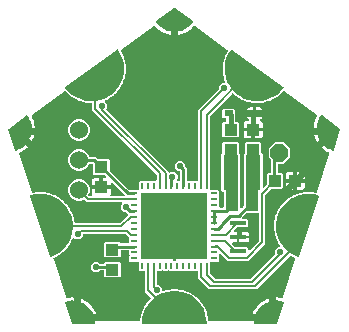
<source format=gbr>
G04 EAGLE Gerber RS-274X export*
G75*
%MOMM*%
%FSLAX34Y34*%
%LPD*%
%INBottom Copper*%
%IPPOS*%
%AMOC8*
5,1,8,0,0,1.08239X$1,22.5*%
G01*
%ADD10R,1.100000X1.000000*%
%ADD11R,1.399997X0.400000*%
%ADD12R,0.550000X0.254000*%
%ADD13R,0.254000X0.550000*%
%ADD14R,5.600000X5.600000*%
%ADD15P,1.649562X8X22.500000*%
%ADD16C,1.524000*%
%ADD17C,0.800000*%
%ADD18R,0.800000X0.500000*%
%ADD19R,1.300000X1.500000*%
%ADD20C,0.554800*%
%ADD21C,0.406400*%
%ADD22C,0.750000*%
%ADD23C,0.304800*%
%ADD24C,0.609600*%
%ADD25C,0.203200*%
%ADD26C,0.254000*%

G36*
X15042Y120352D02*
X15042Y120352D01*
X15146Y120355D01*
X15165Y120361D01*
X15184Y120363D01*
X15280Y120403D01*
X15377Y120439D01*
X15393Y120451D01*
X15411Y120459D01*
X15542Y120564D01*
X15602Y120625D01*
X19204Y120625D01*
X19224Y120628D01*
X19243Y120626D01*
X19345Y120648D01*
X19447Y120664D01*
X19464Y120674D01*
X19484Y120678D01*
X19573Y120731D01*
X19664Y120780D01*
X19678Y120794D01*
X19695Y120804D01*
X19762Y120883D01*
X19834Y120958D01*
X19842Y120976D01*
X19855Y120991D01*
X19894Y121087D01*
X19937Y121181D01*
X19939Y121201D01*
X19947Y121219D01*
X19965Y121386D01*
X19965Y180652D01*
X37581Y198268D01*
X37635Y198342D01*
X37694Y198412D01*
X37706Y198442D01*
X37725Y198468D01*
X37752Y198555D01*
X37786Y198640D01*
X37790Y198681D01*
X37797Y198703D01*
X37797Y198735D01*
X37804Y198807D01*
X37804Y200977D01*
X40323Y203496D01*
X42413Y203496D01*
X42445Y203501D01*
X42478Y203498D01*
X42566Y203521D01*
X42656Y203535D01*
X42685Y203551D01*
X42716Y203559D01*
X42793Y203608D01*
X42873Y203650D01*
X42896Y203674D01*
X42923Y203692D01*
X42980Y203763D01*
X43042Y203829D01*
X43056Y203858D01*
X43077Y203884D01*
X43142Y204038D01*
X43196Y204217D01*
X43200Y204252D01*
X43213Y204284D01*
X43216Y204373D01*
X43227Y204461D01*
X43221Y204495D01*
X43222Y204530D01*
X43183Y204693D01*
X42439Y206765D01*
X42422Y206795D01*
X42413Y206828D01*
X42363Y206902D01*
X42320Y206980D01*
X42294Y207003D01*
X42275Y207032D01*
X42214Y207083D01*
X42089Y207714D01*
X42077Y207745D01*
X42059Y207824D01*
X41842Y208427D01*
X41856Y208497D01*
X41880Y208583D01*
X41878Y208617D01*
X41885Y208651D01*
X41871Y208818D01*
X41444Y210977D01*
X41432Y211010D01*
X41427Y211044D01*
X41389Y211125D01*
X41358Y211208D01*
X41336Y211235D01*
X41321Y211266D01*
X41268Y211326D01*
X41239Y211969D01*
X41232Y212001D01*
X41232Y212006D01*
X41232Y212008D01*
X41231Y212010D01*
X41225Y212082D01*
X41101Y212710D01*
X41125Y212778D01*
X41162Y212858D01*
X41165Y212893D01*
X41177Y212926D01*
X41188Y213093D01*
X41087Y215292D01*
X41080Y215326D01*
X41081Y215360D01*
X41055Y215445D01*
X41036Y215532D01*
X41019Y215562D01*
X41009Y215595D01*
X40966Y215662D01*
X41033Y216302D01*
X41031Y216335D01*
X41036Y216416D01*
X41007Y217056D01*
X41040Y217119D01*
X41089Y217194D01*
X41098Y217227D01*
X41114Y217258D01*
X41149Y217422D01*
X41378Y219611D01*
X41376Y219645D01*
X41382Y219680D01*
X41369Y219768D01*
X41364Y219856D01*
X41351Y219889D01*
X41345Y219923D01*
X41313Y219995D01*
X41474Y220618D01*
X41477Y220651D01*
X41495Y220730D01*
X41561Y221367D01*
X41604Y221425D01*
X41663Y221491D01*
X41676Y221523D01*
X41697Y221551D01*
X41757Y221708D01*
X42309Y223838D01*
X42312Y223873D01*
X42323Y223906D01*
X42323Y223995D01*
X42331Y224083D01*
X42323Y224117D01*
X42323Y224152D01*
X42302Y224228D01*
X42555Y224820D01*
X42562Y224852D01*
X42591Y224928D01*
X42752Y225548D01*
X42803Y225599D01*
X42871Y225655D01*
X42889Y225685D01*
X42914Y225709D01*
X42996Y225856D01*
X43860Y227880D01*
X43868Y227914D01*
X43884Y227945D01*
X43897Y228032D01*
X43918Y228119D01*
X43915Y228153D01*
X43921Y228188D01*
X43911Y228267D01*
X44249Y228814D01*
X44262Y228845D01*
X44301Y228915D01*
X44552Y229504D01*
X44610Y229547D01*
X44686Y229593D01*
X44709Y229619D01*
X44737Y229640D01*
X44840Y229772D01*
X45123Y230232D01*
X45167Y230337D01*
X45213Y230442D01*
X45214Y230451D01*
X45217Y230459D01*
X45224Y230573D01*
X45235Y230687D01*
X45233Y230696D01*
X45233Y230705D01*
X45204Y230815D01*
X45178Y230926D01*
X45173Y230934D01*
X45170Y230942D01*
X45108Y231038D01*
X45047Y231134D01*
X45039Y231142D01*
X45035Y231148D01*
X45016Y231162D01*
X44923Y231247D01*
X17114Y251454D01*
X17029Y251497D01*
X16947Y251546D01*
X16920Y251552D01*
X16894Y251564D01*
X16800Y251578D01*
X16707Y251598D01*
X16679Y251595D01*
X16651Y251599D01*
X16557Y251582D01*
X16462Y251571D01*
X16437Y251560D01*
X16409Y251554D01*
X16326Y251508D01*
X16239Y251468D01*
X16212Y251445D01*
X16194Y251435D01*
X16172Y251410D01*
X16112Y251359D01*
X15142Y250327D01*
X13002Y248556D01*
X10656Y247068D01*
X8143Y245885D01*
X5501Y245026D01*
X2773Y244506D01*
X1523Y244427D01*
X1523Y247035D01*
X3017Y247152D01*
X3049Y247162D01*
X3094Y247165D01*
X5999Y247862D01*
X6029Y247876D01*
X6073Y247886D01*
X8833Y249029D01*
X8861Y249048D01*
X8903Y249065D01*
X11450Y250626D01*
X11474Y250648D01*
X11513Y250672D01*
X13784Y252612D01*
X13805Y252638D01*
X13840Y252667D01*
X15780Y254938D01*
X15794Y254964D01*
X15814Y254984D01*
X15842Y255050D01*
X15876Y255112D01*
X15879Y255141D01*
X15890Y255168D01*
X15890Y255239D01*
X15897Y255310D01*
X15889Y255338D01*
X15888Y255367D01*
X15860Y255432D01*
X15839Y255500D01*
X15820Y255522D01*
X15809Y255549D01*
X15739Y255620D01*
X15712Y255653D01*
X15702Y255658D01*
X15692Y255668D01*
X292Y266768D01*
X266Y266779D01*
X245Y266798D01*
X176Y266820D01*
X111Y266849D01*
X82Y266850D01*
X55Y266859D01*
X-16Y266852D01*
X-88Y266854D01*
X-114Y266843D01*
X-143Y266841D01*
X-234Y266796D01*
X-273Y266781D01*
X-280Y266773D01*
X-292Y266768D01*
X-15692Y255668D01*
X-15712Y255646D01*
X-15737Y255631D01*
X-15779Y255574D01*
X-15827Y255521D01*
X-15837Y255494D01*
X-15854Y255471D01*
X-15870Y255401D01*
X-15894Y255334D01*
X-15892Y255305D01*
X-15899Y255277D01*
X-15887Y255207D01*
X-15883Y255136D01*
X-15870Y255110D01*
X-15865Y255081D01*
X-15814Y254995D01*
X-15795Y254957D01*
X-15787Y254950D01*
X-15780Y254938D01*
X-13840Y252667D01*
X-13814Y252646D01*
X-13784Y252612D01*
X-11513Y250672D01*
X-11484Y250656D01*
X-11450Y250626D01*
X-8903Y249065D01*
X-8872Y249054D01*
X-8833Y249029D01*
X-6073Y247886D01*
X-6041Y247880D01*
X-5999Y247862D01*
X-3094Y247165D01*
X-3061Y247164D01*
X-3017Y247152D01*
X-1523Y247035D01*
X-1523Y244427D01*
X-2772Y244506D01*
X-5501Y245026D01*
X-8143Y245885D01*
X-10656Y247067D01*
X-13002Y248556D01*
X-15142Y250327D01*
X-16112Y251359D01*
X-16187Y251417D01*
X-16258Y251481D01*
X-16284Y251492D01*
X-16307Y251509D01*
X-16397Y251540D01*
X-16485Y251577D01*
X-16513Y251579D01*
X-16539Y251589D01*
X-16635Y251589D01*
X-16730Y251597D01*
X-16757Y251590D01*
X-16785Y251590D01*
X-16876Y251560D01*
X-16968Y251537D01*
X-16999Y251519D01*
X-17019Y251513D01*
X-17045Y251493D01*
X-17114Y251454D01*
X-44923Y231247D01*
X-45003Y231166D01*
X-45085Y231087D01*
X-45090Y231079D01*
X-45096Y231072D01*
X-45146Y230970D01*
X-45199Y230869D01*
X-45200Y230860D01*
X-45204Y230852D01*
X-45219Y230739D01*
X-45237Y230626D01*
X-45235Y230617D01*
X-45236Y230608D01*
X-45214Y230496D01*
X-45195Y230383D01*
X-45190Y230373D01*
X-45189Y230366D01*
X-45177Y230346D01*
X-45123Y230232D01*
X-44840Y229772D01*
X-44817Y229746D01*
X-44801Y229715D01*
X-44737Y229654D01*
X-44679Y229586D01*
X-44649Y229569D01*
X-44624Y229545D01*
X-44554Y229507D01*
X-44301Y228915D01*
X-44284Y228888D01*
X-44249Y228814D01*
X-43913Y228269D01*
X-43911Y228198D01*
X-43917Y228109D01*
X-43909Y228075D01*
X-43908Y228041D01*
X-43860Y227880D01*
X-42996Y225856D01*
X-42978Y225826D01*
X-42966Y225793D01*
X-42912Y225723D01*
X-42864Y225648D01*
X-42837Y225626D01*
X-42816Y225599D01*
X-42753Y225551D01*
X-42591Y224928D01*
X-42578Y224898D01*
X-42555Y224820D01*
X-42303Y224231D01*
X-42313Y224160D01*
X-42332Y224073D01*
X-42328Y224039D01*
X-42333Y224004D01*
X-42309Y223838D01*
X-41757Y221708D01*
X-41743Y221676D01*
X-41737Y221642D01*
X-41693Y221564D01*
X-41657Y221483D01*
X-41634Y221457D01*
X-41617Y221427D01*
X-41561Y221370D01*
X-41495Y220730D01*
X-41486Y220699D01*
X-41474Y220618D01*
X-41314Y219998D01*
X-41334Y219929D01*
X-41366Y219847D01*
X-41367Y219812D01*
X-41377Y219779D01*
X-41378Y219611D01*
X-41149Y217422D01*
X-41140Y217388D01*
X-41139Y217354D01*
X-41108Y217270D01*
X-41085Y217184D01*
X-41065Y217156D01*
X-41053Y217123D01*
X-41007Y217059D01*
X-41036Y216416D01*
X-41032Y216383D01*
X-41033Y216302D01*
X-40966Y215665D01*
X-40996Y215600D01*
X-41040Y215523D01*
X-41047Y215489D01*
X-41061Y215457D01*
X-41087Y215292D01*
X-41188Y213093D01*
X-41184Y213058D01*
X-41188Y213024D01*
X-41169Y212937D01*
X-41159Y212849D01*
X-41144Y212817D01*
X-41137Y212783D01*
X-41100Y212713D01*
X-41225Y212082D01*
X-41226Y212049D01*
X-41239Y211969D01*
X-41268Y211329D01*
X-41307Y211269D01*
X-41363Y211199D01*
X-41374Y211167D01*
X-41393Y211137D01*
X-41444Y210977D01*
X-41871Y208818D01*
X-41872Y208784D01*
X-41881Y208750D01*
X-41876Y208661D01*
X-41879Y208573D01*
X-41869Y208539D01*
X-41867Y208505D01*
X-41841Y208430D01*
X-42059Y207824D01*
X-42065Y207791D01*
X-42089Y207714D01*
X-42213Y207086D01*
X-42261Y207033D01*
X-42326Y206972D01*
X-42342Y206941D01*
X-42365Y206915D01*
X-42439Y206765D01*
X-43183Y204693D01*
X-43189Y204659D01*
X-43203Y204627D01*
X-43212Y204539D01*
X-43228Y204451D01*
X-43223Y204417D01*
X-43226Y204383D01*
X-43212Y204304D01*
X-43517Y203738D01*
X-43528Y203707D01*
X-43564Y203634D01*
X-43780Y203031D01*
X-43835Y202985D01*
X-43908Y202935D01*
X-43929Y202907D01*
X-43956Y202885D01*
X-44051Y202747D01*
X-45096Y200810D01*
X-45107Y200777D01*
X-45126Y200748D01*
X-45147Y200661D01*
X-45176Y200577D01*
X-45176Y200543D01*
X-45184Y200509D01*
X-45182Y200430D01*
X-45568Y199915D01*
X-45584Y199886D01*
X-45630Y199819D01*
X-45934Y199255D01*
X-45995Y199218D01*
X-46075Y199179D01*
X-46100Y199155D01*
X-46129Y199137D01*
X-46244Y199015D01*
X-47566Y197255D01*
X-47582Y197224D01*
X-47605Y197198D01*
X-47639Y197115D01*
X-47680Y197037D01*
X-47685Y197002D01*
X-47698Y196970D01*
X-47708Y196892D01*
X-48167Y196440D01*
X-48186Y196414D01*
X-48242Y196355D01*
X-48626Y195842D01*
X-48692Y195815D01*
X-48777Y195788D01*
X-48805Y195768D01*
X-48837Y195755D01*
X-48969Y195651D01*
X-50538Y194108D01*
X-50559Y194079D01*
X-50585Y194057D01*
X-50631Y193981D01*
X-50683Y193909D01*
X-50694Y193876D01*
X-50712Y193846D01*
X-50733Y193770D01*
X-51254Y193392D01*
X-51277Y193368D01*
X-51340Y193318D01*
X-51797Y192869D01*
X-51867Y192852D01*
X-51954Y192838D01*
X-51985Y192822D01*
X-52019Y192814D01*
X-52165Y192731D01*
X-53946Y191438D01*
X-53971Y191414D01*
X-54000Y191396D01*
X-54057Y191327D01*
X-54119Y191264D01*
X-54135Y191233D01*
X-54157Y191206D01*
X-54189Y191133D01*
X-54761Y190837D01*
X-54787Y190818D01*
X-54857Y190778D01*
X-55376Y190402D01*
X-55447Y190395D01*
X-55536Y190394D01*
X-55569Y190383D01*
X-55603Y190380D01*
X-55760Y190320D01*
X-57714Y189307D01*
X-57742Y189286D01*
X-57774Y189273D01*
X-57840Y189213D01*
X-57911Y189160D01*
X-57931Y189132D01*
X-57957Y189109D01*
X-58000Y189042D01*
X-58370Y188915D01*
X-58433Y188882D01*
X-58498Y188858D01*
X-58540Y188825D01*
X-58587Y188800D01*
X-58636Y188748D01*
X-58690Y188704D01*
X-58719Y188659D01*
X-58756Y188620D01*
X-58785Y188557D01*
X-58823Y188498D01*
X-58836Y188446D01*
X-58859Y188397D01*
X-58866Y188327D01*
X-58883Y188259D01*
X-58879Y188206D01*
X-58885Y188152D01*
X-58870Y188084D01*
X-58864Y188014D01*
X-58843Y187965D01*
X-58832Y187912D01*
X-58796Y187852D01*
X-58768Y187787D01*
X-58722Y187730D01*
X-58705Y187702D01*
X-58688Y187687D01*
X-58663Y187657D01*
X-56937Y185931D01*
X-56937Y182369D01*
X-57614Y181693D01*
X-57625Y181677D01*
X-57641Y181665D01*
X-57697Y181577D01*
X-57757Y181493D01*
X-57763Y181474D01*
X-57774Y181458D01*
X-57799Y181357D01*
X-57829Y181258D01*
X-57829Y181238D01*
X-57834Y181219D01*
X-57826Y181116D01*
X-57823Y181012D01*
X-57816Y180994D01*
X-57815Y180974D01*
X-57774Y180879D01*
X-57739Y180781D01*
X-57726Y180766D01*
X-57718Y180748D01*
X-57614Y180617D01*
X-4783Y127786D01*
X-4766Y127774D01*
X-4754Y127759D01*
X-4667Y127703D01*
X-4583Y127642D01*
X-4564Y127636D01*
X-4547Y127626D01*
X-4447Y127600D01*
X-4348Y127570D01*
X-4328Y127570D01*
X-4309Y127565D01*
X-4206Y127574D01*
X-4102Y127576D01*
X-4083Y127583D01*
X-4063Y127585D01*
X-3968Y127625D01*
X-3871Y127661D01*
X-3855Y127673D01*
X-3837Y127681D01*
X-3706Y127786D01*
X-3368Y128124D01*
X193Y128124D01*
X2711Y125606D01*
X2711Y122044D01*
X2591Y121924D01*
X2549Y121866D01*
X2500Y121814D01*
X2478Y121767D01*
X2448Y121725D01*
X2426Y121656D01*
X2396Y121591D01*
X2391Y121539D01*
X2375Y121489D01*
X2377Y121418D01*
X2369Y121347D01*
X2380Y121296D01*
X2382Y121244D01*
X2406Y121176D01*
X2421Y121106D01*
X2448Y121061D01*
X2466Y121013D01*
X2511Y120957D01*
X2548Y120895D01*
X2587Y120861D01*
X2620Y120821D01*
X2680Y120782D01*
X2734Y120735D01*
X2783Y120716D01*
X2827Y120688D01*
X2896Y120670D01*
X2963Y120643D01*
X3034Y120635D01*
X3065Y120627D01*
X3088Y120629D01*
X3129Y120625D01*
X3946Y120625D01*
X3966Y120628D01*
X3985Y120626D01*
X4087Y120648D01*
X4189Y120664D01*
X4206Y120674D01*
X4226Y120678D01*
X4315Y120731D01*
X4406Y120780D01*
X4420Y120794D01*
X4437Y120804D01*
X4504Y120883D01*
X4576Y120958D01*
X4584Y120976D01*
X4597Y120991D01*
X4636Y121087D01*
X4679Y121181D01*
X4681Y121201D01*
X4689Y121219D01*
X4707Y121386D01*
X4707Y128290D01*
X4704Y128310D01*
X4706Y128329D01*
X4684Y128431D01*
X4668Y128533D01*
X4658Y128550D01*
X4654Y128570D01*
X4601Y128659D01*
X4552Y128750D01*
X4538Y128764D01*
X4528Y128781D01*
X4449Y128848D01*
X4374Y128920D01*
X4356Y128928D01*
X4341Y128941D01*
X4245Y128980D01*
X4151Y129023D01*
X4131Y129025D01*
X4113Y129033D01*
X3946Y129051D01*
X3071Y129051D01*
X553Y131569D01*
X553Y135131D01*
X3071Y137649D01*
X6633Y137649D01*
X9151Y135131D01*
X9151Y133319D01*
X9165Y133229D01*
X9173Y133138D01*
X9185Y133108D01*
X9190Y133076D01*
X9233Y132996D01*
X9269Y132912D01*
X9295Y132880D01*
X9306Y132859D01*
X9329Y132837D01*
X9374Y132781D01*
X10297Y131858D01*
X10297Y121386D01*
X10300Y121366D01*
X10298Y121347D01*
X10320Y121245D01*
X10336Y121143D01*
X10346Y121126D01*
X10350Y121106D01*
X10403Y121017D01*
X10452Y120926D01*
X10466Y120912D01*
X10476Y120895D01*
X10555Y120828D01*
X10630Y120756D01*
X10648Y120748D01*
X10663Y120735D01*
X10759Y120696D01*
X10853Y120653D01*
X10873Y120651D01*
X10891Y120643D01*
X11058Y120625D01*
X14405Y120625D01*
X14465Y120564D01*
X14481Y120552D01*
X14494Y120537D01*
X14581Y120481D01*
X14665Y120421D01*
X14684Y120415D01*
X14701Y120404D01*
X14801Y120379D01*
X14900Y120348D01*
X14920Y120349D01*
X14939Y120344D01*
X15042Y120352D01*
G37*
G36*
X64585Y37861D02*
X64585Y37861D01*
X64676Y37869D01*
X64705Y37881D01*
X64737Y37886D01*
X64818Y37929D01*
X64902Y37965D01*
X64934Y37991D01*
X64955Y38002D01*
X64977Y38025D01*
X65033Y38070D01*
X84575Y57612D01*
X84628Y57686D01*
X84688Y57755D01*
X84700Y57786D01*
X84719Y57812D01*
X84746Y57899D01*
X84780Y57984D01*
X84784Y58025D01*
X84791Y58047D01*
X84790Y58079D01*
X84798Y58150D01*
X84798Y61909D01*
X87316Y64427D01*
X89018Y64427D01*
X89133Y64446D01*
X89250Y64463D01*
X89255Y64466D01*
X89260Y64467D01*
X89364Y64522D01*
X89469Y64575D01*
X89473Y64579D01*
X89478Y64582D01*
X89559Y64667D01*
X89641Y64751D01*
X89643Y64756D01*
X89647Y64760D01*
X89697Y64867D01*
X89748Y64973D01*
X89748Y64978D01*
X89751Y64983D01*
X89764Y65099D01*
X89778Y65217D01*
X89777Y65222D01*
X89778Y65228D01*
X89753Y65342D01*
X89729Y65458D01*
X89726Y65464D01*
X89726Y65468D01*
X89717Y65482D01*
X89653Y65607D01*
X88597Y67209D01*
X88573Y67235D01*
X88556Y67265D01*
X88490Y67325D01*
X88430Y67390D01*
X88400Y67407D01*
X88374Y67430D01*
X88303Y67465D01*
X88033Y68050D01*
X88014Y68077D01*
X87977Y68149D01*
X87625Y68684D01*
X87621Y68755D01*
X87625Y68844D01*
X87615Y68877D01*
X87613Y68912D01*
X87560Y69071D01*
X86637Y71066D01*
X86618Y71095D01*
X86605Y71127D01*
X86549Y71196D01*
X86499Y71270D01*
X86472Y71291D01*
X86450Y71318D01*
X86385Y71363D01*
X86205Y71981D01*
X86190Y72011D01*
X86165Y72088D01*
X85896Y72669D01*
X85903Y72740D01*
X85920Y72828D01*
X85915Y72862D01*
X85918Y72896D01*
X85889Y73062D01*
X85274Y75172D01*
X85261Y75200D01*
X85256Y75223D01*
X85254Y75225D01*
X85252Y75237D01*
X85206Y75314D01*
X85168Y75394D01*
X85144Y75419D01*
X85126Y75449D01*
X85069Y75503D01*
X84983Y76141D01*
X84973Y76173D01*
X84959Y76253D01*
X84780Y76867D01*
X84798Y76937D01*
X84827Y77021D01*
X84828Y77055D01*
X84836Y77089D01*
X84832Y77257D01*
X84538Y79435D01*
X84528Y79468D01*
X84526Y79503D01*
X84493Y79585D01*
X84467Y79670D01*
X84447Y79699D01*
X84433Y79731D01*
X84385Y79793D01*
X84395Y80437D01*
X84390Y80470D01*
X84388Y80551D01*
X84302Y81185D01*
X84330Y81251D01*
X84372Y81330D01*
X84378Y81364D01*
X84391Y81396D01*
X84412Y81562D01*
X84446Y83760D01*
X84441Y83794D01*
X84444Y83829D01*
X84423Y83916D01*
X84410Y84004D01*
X84395Y84035D01*
X84386Y84068D01*
X84348Y84137D01*
X84454Y84772D01*
X84454Y84805D01*
X84464Y84886D01*
X84474Y85526D01*
X84511Y85587D01*
X84564Y85659D01*
X84575Y85692D01*
X84593Y85721D01*
X84639Y85883D01*
X85000Y88051D01*
X85000Y88086D01*
X85008Y88119D01*
X85000Y88208D01*
X85001Y88297D01*
X84990Y88330D01*
X84987Y88364D01*
X84959Y88439D01*
X85158Y89050D01*
X85163Y89083D01*
X85185Y89161D01*
X85290Y89793D01*
X85336Y89848D01*
X85399Y89910D01*
X85415Y89941D01*
X85437Y89968D01*
X85506Y90121D01*
X86187Y92211D01*
X86191Y92241D01*
X86194Y92247D01*
X86195Y92252D01*
X86205Y92277D01*
X86211Y92366D01*
X86224Y92454D01*
X86220Y92479D01*
X86221Y92491D01*
X86219Y92502D01*
X86220Y92523D01*
X86204Y92600D01*
X86492Y93176D01*
X86502Y93208D01*
X86535Y93281D01*
X86733Y93890D01*
X86787Y93938D01*
X86859Y93990D01*
X86879Y94019D01*
X86905Y94042D01*
X86996Y94182D01*
X87980Y96148D01*
X87991Y96181D01*
X88008Y96211D01*
X88027Y96298D01*
X88053Y96383D01*
X88053Y96417D01*
X88060Y96451D01*
X88055Y96530D01*
X88426Y97057D01*
X88440Y97086D01*
X88484Y97154D01*
X88771Y97727D01*
X88831Y97766D01*
X88910Y97807D01*
X88934Y97832D01*
X88963Y97851D01*
X89074Y97977D01*
X90341Y99773D01*
X90356Y99805D01*
X90378Y99831D01*
X90409Y99915D01*
X90448Y99995D01*
X90452Y100029D01*
X90465Y100062D01*
X90472Y100140D01*
X90917Y100605D01*
X90935Y100633D01*
X90989Y100693D01*
X91358Y101217D01*
X91423Y101246D01*
X91507Y101275D01*
X91535Y101297D01*
X91566Y101311D01*
X91695Y101419D01*
X93215Y103007D01*
X93234Y103035D01*
X93260Y103058D01*
X93304Y103136D01*
X93354Y103209D01*
X93363Y103243D01*
X93380Y103273D01*
X93399Y103350D01*
X93908Y103744D01*
X93931Y103768D01*
X93993Y103820D01*
X94436Y104282D01*
X94505Y104302D01*
X94592Y104318D01*
X94623Y104335D01*
X94656Y104344D01*
X94799Y104432D01*
X96539Y105775D01*
X96563Y105801D01*
X96592Y105820D01*
X96646Y105890D01*
X96707Y105955D01*
X96721Y105987D01*
X96742Y106014D01*
X96772Y106088D01*
X97335Y106401D01*
X97361Y106421D01*
X97430Y106463D01*
X97937Y106855D01*
X98008Y106864D01*
X98097Y106867D01*
X98129Y106879D01*
X98163Y106883D01*
X98318Y106948D01*
X100239Y108018D01*
X100266Y108039D01*
X100297Y108054D01*
X100361Y108115D01*
X100431Y108171D01*
X100450Y108200D01*
X100475Y108223D01*
X100516Y108292D01*
X101119Y108517D01*
X101147Y108534D01*
X101222Y108565D01*
X101781Y108877D01*
X101853Y108875D01*
X101942Y108865D01*
X101975Y108872D01*
X102010Y108871D01*
X102173Y108912D01*
X104231Y109684D01*
X104261Y109701D01*
X104294Y109711D01*
X104367Y109762D01*
X104444Y109806D01*
X104467Y109832D01*
X104496Y109852D01*
X104546Y109913D01*
X105176Y110047D01*
X105207Y110059D01*
X105285Y110079D01*
X105885Y110303D01*
X105955Y110291D01*
X106041Y110268D01*
X106076Y110270D01*
X106110Y110264D01*
X106277Y110280D01*
X108427Y110736D01*
X108460Y110748D01*
X108494Y110753D01*
X108509Y110761D01*
X108515Y110762D01*
X108568Y110790D01*
X108574Y110793D01*
X108657Y110825D01*
X108683Y110847D01*
X108714Y110863D01*
X108727Y110874D01*
X108732Y110877D01*
X108745Y110891D01*
X108773Y110916D01*
X109415Y110954D01*
X109448Y110961D01*
X109528Y110969D01*
X110155Y111102D01*
X110223Y111079D01*
X110304Y111043D01*
X110339Y111040D01*
X110372Y111029D01*
X110539Y111021D01*
X112733Y111151D01*
X112767Y111159D01*
X112802Y111158D01*
X112887Y111185D01*
X112973Y111205D01*
X113003Y111223D01*
X113036Y111234D01*
X113102Y111278D01*
X113743Y111219D01*
X113776Y111222D01*
X113857Y111218D01*
X114496Y111256D01*
X114560Y111223D01*
X114635Y111175D01*
X114669Y111167D01*
X114700Y111151D01*
X114864Y111118D01*
X117053Y110920D01*
X117088Y110922D01*
X117122Y110917D01*
X117210Y110931D01*
X117299Y110937D01*
X117331Y110951D01*
X117365Y110956D01*
X117437Y110990D01*
X118062Y110837D01*
X118095Y110834D01*
X118174Y110818D01*
X118812Y110760D01*
X118870Y110718D01*
X118938Y110660D01*
X118970Y110647D01*
X118998Y110627D01*
X119155Y110569D01*
X119675Y110442D01*
X119789Y110433D01*
X119904Y110422D01*
X119912Y110424D01*
X119920Y110423D01*
X120031Y110451D01*
X120143Y110477D01*
X120151Y110481D01*
X120159Y110483D01*
X120255Y110545D01*
X120353Y110605D01*
X120359Y110612D01*
X120366Y110616D01*
X120437Y110705D01*
X120511Y110794D01*
X120515Y110803D01*
X120520Y110808D01*
X120527Y110830D01*
X120580Y110946D01*
X131233Y143743D01*
X131248Y143837D01*
X131269Y143930D01*
X131266Y143958D01*
X131271Y143986D01*
X131254Y144080D01*
X131245Y144175D01*
X131233Y144200D01*
X131228Y144228D01*
X131183Y144312D01*
X131144Y144399D01*
X131124Y144420D01*
X131111Y144444D01*
X131041Y144509D01*
X130976Y144579D01*
X130946Y144598D01*
X130931Y144612D01*
X130901Y144626D01*
X130833Y144667D01*
X129552Y145269D01*
X129536Y145277D01*
X127202Y146757D01*
X127196Y146760D01*
X125061Y148525D01*
X123164Y150544D01*
X121535Y152785D01*
X120199Y155212D01*
X119178Y157788D01*
X118488Y160471D01*
X118429Y160939D01*
X121069Y160939D01*
X121626Y158626D01*
X121640Y158595D01*
X121650Y158551D01*
X122790Y155800D01*
X122809Y155773D01*
X122826Y155730D01*
X124383Y153192D01*
X124406Y153168D01*
X124429Y153129D01*
X126364Y150865D01*
X126390Y150844D01*
X126419Y150809D01*
X128685Y148876D01*
X128714Y148860D01*
X128748Y148830D01*
X131288Y147275D01*
X131319Y147264D01*
X131357Y147240D01*
X134109Y146101D01*
X134137Y146096D01*
X134163Y146083D01*
X134234Y146077D01*
X134304Y146063D01*
X134332Y146069D01*
X134361Y146067D01*
X134429Y146090D01*
X134499Y146105D01*
X134522Y146121D01*
X134550Y146130D01*
X134603Y146177D01*
X134662Y146218D01*
X134677Y146243D01*
X134699Y146262D01*
X134745Y146351D01*
X134767Y146387D01*
X134769Y146398D01*
X134775Y146409D01*
X140575Y164409D01*
X140578Y164438D01*
X140590Y164464D01*
X140589Y164536D01*
X140597Y164607D01*
X140589Y164634D01*
X140589Y164663D01*
X140561Y164729D01*
X140540Y164798D01*
X140522Y164820D01*
X140511Y164846D01*
X140441Y164918D01*
X140414Y164951D01*
X140404Y164956D01*
X140395Y164965D01*
X125095Y176165D01*
X125068Y176178D01*
X125046Y176197D01*
X124979Y176219D01*
X124914Y176249D01*
X124885Y176249D01*
X124857Y176258D01*
X124787Y176252D01*
X124716Y176255D01*
X124688Y176244D01*
X124659Y176242D01*
X124596Y176208D01*
X124530Y176183D01*
X124509Y176162D01*
X124484Y176149D01*
X124418Y176074D01*
X124388Y176044D01*
X124383Y176034D01*
X124374Y176023D01*
X122819Y173483D01*
X122808Y173452D01*
X122784Y173414D01*
X121645Y170662D01*
X121639Y170629D01*
X121621Y170587D01*
X120927Y167692D01*
X120926Y167658D01*
X120915Y167614D01*
X120682Y164645D01*
X120686Y164612D01*
X120682Y164567D01*
X120728Y163986D01*
X118139Y163986D01*
X118139Y165990D01*
X118485Y168739D01*
X119173Y171423D01*
X120192Y173999D01*
X120248Y174103D01*
X120872Y175238D01*
X120904Y175328D01*
X120942Y175415D01*
X120945Y175443D01*
X120954Y175470D01*
X120956Y175565D01*
X120964Y175660D01*
X120957Y175688D01*
X120958Y175716D01*
X120929Y175806D01*
X120907Y175899D01*
X120892Y175923D01*
X120883Y175950D01*
X120827Y176027D01*
X120776Y176108D01*
X120750Y176132D01*
X120737Y176149D01*
X120711Y176167D01*
X120652Y176221D01*
X92778Y196475D01*
X92676Y196526D01*
X92574Y196580D01*
X92566Y196581D01*
X92558Y196585D01*
X92445Y196601D01*
X92332Y196620D01*
X92323Y196619D01*
X92315Y196620D01*
X92201Y196599D01*
X92089Y196581D01*
X92081Y196577D01*
X92073Y196575D01*
X91972Y196519D01*
X91871Y196466D01*
X91864Y196459D01*
X91858Y196456D01*
X91843Y196439D01*
X91749Y196351D01*
X91431Y195975D01*
X91414Y195945D01*
X91389Y195920D01*
X91351Y195840D01*
X91305Y195764D01*
X91297Y195730D01*
X91282Y195699D01*
X91268Y195621D01*
X90784Y195197D01*
X90763Y195171D01*
X90704Y195116D01*
X90291Y194627D01*
X90223Y194603D01*
X90137Y194582D01*
X90107Y194563D01*
X90075Y194551D01*
X89937Y194456D01*
X88281Y193006D01*
X88259Y192979D01*
X88231Y192959D01*
X88181Y192885D01*
X88124Y192816D01*
X88112Y192784D01*
X88092Y192755D01*
X88067Y192680D01*
X87524Y192333D01*
X87500Y192311D01*
X87434Y192265D01*
X86952Y191843D01*
X86881Y191830D01*
X86793Y191822D01*
X86761Y191807D01*
X86727Y191801D01*
X86577Y191727D01*
X84723Y190540D01*
X84697Y190517D01*
X84666Y190501D01*
X84606Y190436D01*
X84540Y190376D01*
X84523Y190346D01*
X84499Y190321D01*
X84463Y190250D01*
X83875Y189988D01*
X83847Y189970D01*
X83775Y189934D01*
X83235Y189589D01*
X83163Y189586D01*
X83075Y189591D01*
X83041Y189582D01*
X83007Y189580D01*
X82847Y189529D01*
X80837Y188632D01*
X80808Y188613D01*
X80775Y188602D01*
X80705Y188546D01*
X80631Y188497D01*
X80610Y188470D01*
X80583Y188448D01*
X80536Y188384D01*
X79916Y188212D01*
X79886Y188199D01*
X79809Y188174D01*
X79224Y187913D01*
X79153Y187921D01*
X79066Y187939D01*
X79031Y187935D01*
X78997Y187939D01*
X78831Y187912D01*
X76710Y187325D01*
X76679Y187311D01*
X76645Y187304D01*
X76568Y187259D01*
X76487Y187222D01*
X76462Y187198D01*
X76431Y187181D01*
X76376Y187124D01*
X75737Y187047D01*
X75705Y187038D01*
X75625Y187025D01*
X75008Y186854D01*
X74939Y186873D01*
X74856Y186903D01*
X74821Y186904D01*
X74787Y186913D01*
X74620Y186912D01*
X72435Y186647D01*
X72401Y186638D01*
X72367Y186636D01*
X72284Y186603D01*
X72198Y186579D01*
X72170Y186559D01*
X72138Y186546D01*
X72074Y186498D01*
X71431Y186517D01*
X71398Y186513D01*
X71317Y186512D01*
X70681Y186435D01*
X70616Y186464D01*
X70538Y186507D01*
X70504Y186513D01*
X70472Y186527D01*
X70306Y186550D01*
X68106Y186614D01*
X68071Y186610D01*
X68037Y186613D01*
X67950Y186593D01*
X67862Y186582D01*
X67831Y186566D01*
X67797Y186559D01*
X67727Y186521D01*
X67094Y186635D01*
X67061Y186636D01*
X66981Y186647D01*
X66341Y186666D01*
X66297Y186693D01*
X66246Y186737D01*
X66227Y186744D01*
X66209Y186758D01*
X66177Y186769D01*
X66147Y186788D01*
X66043Y186819D01*
X66018Y186829D01*
X66004Y186830D01*
X65986Y186835D01*
X63820Y187227D01*
X63786Y187227D01*
X63752Y187236D01*
X63664Y187229D01*
X63575Y187231D01*
X63541Y187220D01*
X63507Y187218D01*
X63432Y187191D01*
X62823Y187398D01*
X62791Y187404D01*
X62713Y187427D01*
X62083Y187541D01*
X62028Y187588D01*
X61967Y187652D01*
X61936Y187667D01*
X61909Y187690D01*
X61758Y187761D01*
X59674Y188471D01*
X59640Y188477D01*
X59608Y188490D01*
X59519Y188497D01*
X59432Y188512D01*
X59397Y188506D01*
X59363Y188509D01*
X59285Y188493D01*
X58713Y188790D01*
X58682Y188800D01*
X58609Y188834D01*
X58003Y189041D01*
X57956Y189095D01*
X57904Y189167D01*
X57876Y189188D01*
X57854Y189214D01*
X57714Y189307D01*
X55760Y190320D01*
X55727Y190330D01*
X55697Y190348D01*
X55611Y190368D01*
X55526Y190396D01*
X55491Y190396D01*
X55458Y190403D01*
X55378Y190400D01*
X54857Y190778D01*
X54828Y190792D01*
X54761Y190837D01*
X54192Y191132D01*
X54154Y191193D01*
X54113Y191272D01*
X54089Y191296D01*
X54070Y191326D01*
X53946Y191438D01*
X52165Y192731D01*
X52134Y192746D01*
X52107Y192769D01*
X52024Y192801D01*
X51945Y192841D01*
X51911Y192846D01*
X51878Y192859D01*
X51799Y192867D01*
X51340Y193318D01*
X51313Y193337D01*
X51254Y193392D01*
X50735Y193768D01*
X50707Y193834D01*
X50679Y193918D01*
X50658Y193946D01*
X50644Y193977D01*
X50538Y194108D01*
X50037Y194601D01*
X50023Y194610D01*
X50012Y194624D01*
X49923Y194681D01*
X49836Y194743D01*
X49820Y194747D01*
X49806Y194757D01*
X49702Y194783D01*
X49600Y194813D01*
X49583Y194813D01*
X49567Y194817D01*
X49461Y194808D01*
X49354Y194805D01*
X49338Y194799D01*
X49322Y194797D01*
X49224Y194756D01*
X49124Y194718D01*
X49111Y194708D01*
X49095Y194701D01*
X48964Y194596D01*
X30271Y175903D01*
X30218Y175829D01*
X30158Y175759D01*
X30146Y175729D01*
X30127Y175703D01*
X30100Y175616D01*
X30066Y175531D01*
X30062Y175490D01*
X30055Y175468D01*
X30056Y175436D01*
X30048Y175364D01*
X30048Y120301D01*
X30062Y120211D01*
X30070Y120120D01*
X30082Y120090D01*
X30087Y120058D01*
X30130Y119977D01*
X30166Y119894D01*
X30192Y119861D01*
X30203Y119841D01*
X30226Y119819D01*
X30271Y119763D01*
X30302Y119732D01*
X30302Y113613D01*
X30305Y113593D01*
X30303Y113574D01*
X30325Y113472D01*
X30341Y113370D01*
X30351Y113353D01*
X30355Y113333D01*
X30408Y113244D01*
X30457Y113153D01*
X30471Y113139D01*
X30481Y113122D01*
X30560Y113055D01*
X30635Y112983D01*
X30653Y112975D01*
X30668Y112962D01*
X30764Y112923D01*
X30858Y112880D01*
X30878Y112878D01*
X30896Y112870D01*
X31063Y112852D01*
X37182Y112852D01*
X38075Y111959D01*
X38075Y108155D01*
X38014Y108095D01*
X38002Y108079D01*
X37987Y108066D01*
X37931Y107979D01*
X37871Y107895D01*
X37865Y107876D01*
X37854Y107859D01*
X37829Y107759D01*
X37798Y107660D01*
X37799Y107640D01*
X37794Y107621D01*
X37802Y107518D01*
X37805Y107414D01*
X37811Y107395D01*
X37813Y107376D01*
X37853Y107280D01*
X37889Y107183D01*
X37901Y107167D01*
X37909Y107149D01*
X38014Y107018D01*
X38075Y106958D01*
X38075Y103154D01*
X38014Y103093D01*
X38002Y103077D01*
X37986Y103065D01*
X37930Y102978D01*
X37870Y102894D01*
X37864Y102875D01*
X37853Y102858D01*
X37828Y102757D01*
X37798Y102659D01*
X37798Y102639D01*
X37793Y102619D01*
X37801Y102516D01*
X37804Y102413D01*
X37811Y102394D01*
X37812Y102374D01*
X37853Y102279D01*
X37888Y102182D01*
X37901Y102166D01*
X37909Y102148D01*
X38014Y102017D01*
X38075Y101956D01*
X38075Y98609D01*
X38078Y98589D01*
X38076Y98570D01*
X38098Y98468D01*
X38114Y98366D01*
X38124Y98349D01*
X38128Y98329D01*
X38181Y98240D01*
X38230Y98149D01*
X38244Y98135D01*
X38254Y98118D01*
X38333Y98051D01*
X38408Y97979D01*
X38426Y97971D01*
X38441Y97958D01*
X38537Y97919D01*
X38631Y97876D01*
X38651Y97874D01*
X38669Y97866D01*
X38836Y97848D01*
X40864Y97848D01*
X40884Y97851D01*
X40903Y97849D01*
X41005Y97871D01*
X41107Y97887D01*
X41124Y97897D01*
X41144Y97901D01*
X41233Y97954D01*
X41324Y98003D01*
X41338Y98017D01*
X41355Y98027D01*
X41422Y98106D01*
X41494Y98181D01*
X41502Y98199D01*
X41515Y98214D01*
X41554Y98310D01*
X41597Y98404D01*
X41599Y98424D01*
X41607Y98442D01*
X41625Y98609D01*
X41625Y110864D01*
X41622Y110884D01*
X41624Y110903D01*
X41602Y111005D01*
X41586Y111107D01*
X41576Y111124D01*
X41572Y111144D01*
X41519Y111233D01*
X41470Y111324D01*
X41456Y111338D01*
X41446Y111355D01*
X41367Y111422D01*
X41292Y111494D01*
X41274Y111502D01*
X41259Y111515D01*
X41163Y111554D01*
X41069Y111597D01*
X41049Y111599D01*
X41031Y111607D01*
X40864Y111625D01*
X40518Y111625D01*
X39625Y112518D01*
X39625Y143069D01*
X40377Y143821D01*
X40430Y143895D01*
X40490Y143965D01*
X40502Y143995D01*
X40521Y144021D01*
X40548Y144108D01*
X40582Y144193D01*
X40586Y144234D01*
X40593Y144256D01*
X40592Y144288D01*
X40600Y144359D01*
X40600Y152707D01*
X41493Y153600D01*
X53757Y153600D01*
X54650Y152707D01*
X54650Y144409D01*
X54664Y144319D01*
X54672Y144228D01*
X54684Y144199D01*
X54689Y144167D01*
X54732Y144086D01*
X54768Y144002D01*
X54794Y143970D01*
X54805Y143949D01*
X54828Y143927D01*
X54873Y143871D01*
X55675Y143069D01*
X55675Y97915D01*
X55686Y97844D01*
X55688Y97772D01*
X55706Y97723D01*
X55714Y97672D01*
X55748Y97609D01*
X55773Y97541D01*
X55805Y97501D01*
X55830Y97455D01*
X55882Y97405D01*
X55926Y97349D01*
X55970Y97321D01*
X56008Y97285D01*
X56073Y97255D01*
X56133Y97216D01*
X56184Y97204D01*
X56231Y97182D01*
X56302Y97174D01*
X56372Y97156D01*
X56424Y97160D01*
X56475Y97155D01*
X56546Y97170D01*
X56617Y97175D01*
X56665Y97196D01*
X56716Y97207D01*
X56777Y97244D01*
X56843Y97272D01*
X56899Y97317D01*
X56927Y97333D01*
X56942Y97351D01*
X56974Y97377D01*
X58402Y98805D01*
X58450Y98871D01*
X58454Y98875D01*
X58455Y98879D01*
X58515Y98948D01*
X58527Y98978D01*
X58546Y99004D01*
X58573Y99092D01*
X58607Y99176D01*
X58611Y99217D01*
X58618Y99239D01*
X58617Y99272D01*
X58625Y99343D01*
X58625Y143069D01*
X59427Y143871D01*
X59480Y143945D01*
X59540Y144015D01*
X59552Y144045D01*
X59571Y144071D01*
X59598Y144158D01*
X59632Y144243D01*
X59636Y144284D01*
X59643Y144306D01*
X59642Y144338D01*
X59650Y144409D01*
X59650Y152707D01*
X60543Y153600D01*
X72807Y153600D01*
X73700Y152707D01*
X73700Y144359D01*
X73714Y144269D01*
X73722Y144178D01*
X73734Y144149D01*
X73739Y144117D01*
X73782Y144036D01*
X73818Y143952D01*
X73844Y143920D01*
X73855Y143899D01*
X73878Y143877D01*
X73923Y143821D01*
X74675Y143069D01*
X74675Y115593D01*
X74686Y115522D01*
X74688Y115451D01*
X74706Y115402D01*
X74714Y115350D01*
X74748Y115287D01*
X74773Y115220D01*
X74805Y115179D01*
X74830Y115133D01*
X74882Y115084D01*
X74926Y115028D01*
X74970Y115000D01*
X75008Y114964D01*
X75073Y114933D01*
X75133Y114895D01*
X75184Y114882D01*
X75231Y114860D01*
X75302Y114852D01*
X75372Y114835D01*
X75424Y114839D01*
X75475Y114833D01*
X75546Y114848D01*
X75617Y114854D01*
X75665Y114874D01*
X75716Y114885D01*
X75777Y114922D01*
X75843Y114950D01*
X75899Y114995D01*
X75927Y115011D01*
X75942Y115029D01*
X75974Y115055D01*
X77915Y116995D01*
X77968Y117069D01*
X78027Y117139D01*
X78039Y117169D01*
X78058Y117195D01*
X78085Y117282D01*
X78119Y117367D01*
X78124Y117408D01*
X78131Y117430D01*
X78130Y117462D01*
X78138Y117534D01*
X78138Y126282D01*
X79031Y127175D01*
X81094Y127175D01*
X81114Y127178D01*
X81133Y127176D01*
X81235Y127198D01*
X81337Y127214D01*
X81354Y127224D01*
X81374Y127228D01*
X81463Y127281D01*
X81554Y127330D01*
X81568Y127344D01*
X81585Y127354D01*
X81652Y127433D01*
X81724Y127508D01*
X81732Y127526D01*
X81745Y127541D01*
X81784Y127637D01*
X81827Y127731D01*
X81829Y127751D01*
X81837Y127769D01*
X81855Y127936D01*
X81855Y138259D01*
X81841Y138349D01*
X81833Y138440D01*
X81821Y138470D01*
X81816Y138502D01*
X81773Y138583D01*
X81737Y138667D01*
X81711Y138699D01*
X81700Y138719D01*
X81677Y138742D01*
X81632Y138798D01*
X79755Y140675D01*
X79755Y148250D01*
X85112Y153607D01*
X92688Y153607D01*
X98045Y148250D01*
X98045Y140675D01*
X92688Y135318D01*
X88206Y135318D01*
X88186Y135315D01*
X88167Y135317D01*
X88065Y135295D01*
X87963Y135278D01*
X87946Y135269D01*
X87926Y135264D01*
X87837Y135211D01*
X87746Y135163D01*
X87732Y135149D01*
X87715Y135138D01*
X87648Y135060D01*
X87576Y134985D01*
X87568Y134967D01*
X87555Y134951D01*
X87516Y134855D01*
X87473Y134762D01*
X87471Y134742D01*
X87463Y134723D01*
X87445Y134557D01*
X87445Y127936D01*
X87448Y127916D01*
X87446Y127897D01*
X87468Y127795D01*
X87484Y127693D01*
X87494Y127676D01*
X87498Y127656D01*
X87551Y127567D01*
X87600Y127476D01*
X87614Y127462D01*
X87624Y127445D01*
X87703Y127378D01*
X87778Y127306D01*
X87796Y127298D01*
X87811Y127285D01*
X87907Y127246D01*
X88001Y127203D01*
X88021Y127201D01*
X88039Y127193D01*
X88206Y127175D01*
X91294Y127175D01*
X92187Y126282D01*
X92187Y115018D01*
X91294Y114125D01*
X82546Y114125D01*
X82456Y114111D01*
X82365Y114103D01*
X82335Y114091D01*
X82303Y114086D01*
X82223Y114043D01*
X82139Y114007D01*
X82107Y113981D01*
X82086Y113970D01*
X82064Y113947D01*
X82008Y113902D01*
X76814Y108708D01*
X76761Y108634D01*
X76701Y108565D01*
X76689Y108534D01*
X76670Y108508D01*
X76643Y108421D01*
X76609Y108336D01*
X76605Y108296D01*
X76598Y108273D01*
X76599Y108241D01*
X76591Y108170D01*
X76591Y67419D01*
X74880Y65708D01*
X74879Y65708D01*
X63905Y54733D01*
X62194Y53022D01*
X44841Y53022D01*
X39374Y58489D01*
X39316Y58531D01*
X39264Y58580D01*
X39217Y58602D01*
X39175Y58632D01*
X39106Y58653D01*
X39041Y58684D01*
X38989Y58689D01*
X38939Y58705D01*
X38868Y58703D01*
X38797Y58711D01*
X38746Y58700D01*
X38694Y58698D01*
X38626Y58674D01*
X38556Y58658D01*
X38511Y58632D01*
X38463Y58614D01*
X38407Y58569D01*
X38345Y58532D01*
X38311Y58493D01*
X38271Y58460D01*
X38232Y58400D01*
X38185Y58345D01*
X38166Y58297D01*
X38138Y58253D01*
X38121Y58189D01*
X38014Y58082D01*
X38002Y58066D01*
X37987Y58053D01*
X37931Y57966D01*
X37871Y57882D01*
X37865Y57863D01*
X37854Y57846D01*
X37829Y57746D01*
X37798Y57647D01*
X37799Y57627D01*
X37794Y57608D01*
X37802Y57505D01*
X37805Y57401D01*
X37811Y57382D01*
X37813Y57363D01*
X37853Y57267D01*
X37889Y57170D01*
X37901Y57154D01*
X37909Y57136D01*
X38014Y57005D01*
X38075Y56945D01*
X38075Y53141D01*
X37182Y52248D01*
X31063Y52248D01*
X31043Y52245D01*
X31024Y52247D01*
X30922Y52225D01*
X30820Y52209D01*
X30803Y52199D01*
X30783Y52195D01*
X30694Y52142D01*
X30603Y52093D01*
X30589Y52079D01*
X30572Y52069D01*
X30505Y51990D01*
X30433Y51915D01*
X30425Y51897D01*
X30412Y51882D01*
X30373Y51786D01*
X30330Y51692D01*
X30328Y51672D01*
X30320Y51654D01*
X30302Y51487D01*
X30302Y45368D01*
X30271Y45337D01*
X30218Y45263D01*
X30158Y45194D01*
X30146Y45164D01*
X30127Y45138D01*
X30100Y45051D01*
X30066Y44966D01*
X30062Y44925D01*
X30055Y44903D01*
X30056Y44870D01*
X30048Y44799D01*
X30048Y42504D01*
X30062Y42414D01*
X30070Y42323D01*
X30082Y42293D01*
X30087Y42261D01*
X30130Y42181D01*
X30166Y42097D01*
X30192Y42065D01*
X30203Y42044D01*
X30226Y42022D01*
X30271Y41966D01*
X34167Y38070D01*
X34241Y38017D01*
X34310Y37957D01*
X34341Y37945D01*
X34367Y37926D01*
X34454Y37899D01*
X34539Y37865D01*
X34579Y37861D01*
X34602Y37854D01*
X34634Y37855D01*
X34705Y37847D01*
X64495Y37847D01*
X64585Y37861D01*
G37*
G36*
X-46190Y84670D02*
X-46190Y84670D01*
X-46099Y84677D01*
X-46069Y84690D01*
X-46037Y84695D01*
X-45957Y84738D01*
X-45873Y84773D01*
X-45841Y84799D01*
X-45820Y84810D01*
X-45798Y84833D01*
X-45742Y84878D01*
X-39739Y90881D01*
X-39250Y91371D01*
X-39238Y91387D01*
X-39222Y91399D01*
X-39166Y91486D01*
X-39106Y91570D01*
X-39100Y91589D01*
X-39089Y91606D01*
X-39064Y91706D01*
X-39034Y91805D01*
X-39034Y91825D01*
X-39029Y91845D01*
X-39037Y91948D01*
X-39040Y92051D01*
X-39047Y92070D01*
X-39048Y92090D01*
X-39089Y92185D01*
X-39124Y92282D01*
X-39137Y92298D01*
X-39145Y92316D01*
X-39250Y92447D01*
X-40706Y93903D01*
X-40780Y93956D01*
X-40849Y94016D01*
X-40879Y94028D01*
X-40905Y94047D01*
X-40993Y94074D01*
X-41077Y94108D01*
X-41118Y94112D01*
X-41140Y94119D01*
X-41173Y94118D01*
X-41244Y94126D01*
X-43056Y94126D01*
X-45574Y96644D01*
X-45574Y100206D01*
X-44564Y101216D01*
X-44522Y101274D01*
X-44472Y101326D01*
X-44450Y101373D01*
X-44420Y101415D01*
X-44399Y101484D01*
X-44369Y101549D01*
X-44363Y101601D01*
X-44348Y101651D01*
X-44350Y101722D01*
X-44342Y101793D01*
X-44353Y101844D01*
X-44354Y101896D01*
X-44379Y101964D01*
X-44394Y102034D01*
X-44421Y102079D01*
X-44438Y102127D01*
X-44483Y102183D01*
X-44520Y102245D01*
X-44560Y102279D01*
X-44592Y102319D01*
X-44652Y102358D01*
X-44707Y102405D01*
X-44755Y102424D01*
X-44799Y102452D01*
X-44869Y102470D01*
X-44935Y102497D01*
X-45006Y102505D01*
X-45038Y102513D01*
X-45061Y102511D01*
X-45102Y102515D01*
X-74358Y102515D01*
X-76144Y104301D01*
X-76239Y104369D01*
X-76333Y104439D01*
X-76339Y104441D01*
X-76344Y104445D01*
X-76455Y104479D01*
X-76567Y104515D01*
X-76573Y104515D01*
X-76579Y104517D01*
X-76696Y104514D01*
X-76813Y104513D01*
X-76820Y104511D01*
X-76825Y104511D01*
X-76843Y104505D01*
X-76974Y104466D01*
X-79144Y103568D01*
X-82781Y103568D01*
X-86143Y104960D01*
X-88715Y107532D01*
X-90107Y110894D01*
X-90107Y114531D01*
X-88715Y117893D01*
X-86143Y120465D01*
X-82781Y121857D01*
X-79144Y121857D01*
X-75782Y120465D01*
X-73210Y117893D01*
X-71818Y114531D01*
X-71818Y110894D01*
X-72716Y108724D01*
X-72727Y108681D01*
X-72744Y108643D01*
X-72751Y108578D01*
X-72772Y108497D01*
X-72771Y108491D01*
X-72773Y108485D01*
X-72767Y108431D01*
X-72771Y108399D01*
X-72760Y108348D01*
X-72752Y108252D01*
X-72750Y108246D01*
X-72749Y108240D01*
X-72724Y108183D01*
X-72719Y108158D01*
X-72698Y108123D01*
X-72656Y108025D01*
X-72651Y108019D01*
X-72649Y108015D01*
X-72637Y108002D01*
X-72551Y107894D01*
X-72476Y107820D01*
X-72402Y107766D01*
X-72333Y107707D01*
X-72303Y107695D01*
X-72277Y107676D01*
X-72190Y107649D01*
X-72105Y107615D01*
X-72064Y107611D01*
X-72042Y107604D01*
X-72009Y107605D01*
X-71938Y107597D01*
X-70090Y107597D01*
X-69996Y107612D01*
X-69901Y107621D01*
X-69875Y107632D01*
X-69847Y107636D01*
X-69763Y107681D01*
X-69675Y107719D01*
X-69654Y107738D01*
X-69630Y107752D01*
X-69564Y107820D01*
X-69493Y107885D01*
X-69480Y107909D01*
X-69460Y107930D01*
X-69420Y108016D01*
X-69374Y108100D01*
X-69368Y108127D01*
X-69357Y108153D01*
X-69346Y108248D01*
X-69329Y108341D01*
X-69333Y108369D01*
X-69329Y108397D01*
X-69350Y108491D01*
X-69363Y108585D01*
X-69377Y108617D01*
X-69382Y108638D01*
X-69399Y108666D01*
X-69430Y108739D01*
X-69780Y109344D01*
X-69953Y109991D01*
X-69953Y113802D01*
X-62675Y113802D01*
X-62655Y113805D01*
X-62635Y113803D01*
X-62534Y113825D01*
X-62432Y113842D01*
X-62414Y113851D01*
X-62395Y113855D01*
X-62306Y113908D01*
X-62214Y113957D01*
X-62201Y113971D01*
X-62184Y113981D01*
X-62116Y114060D01*
X-62045Y114135D01*
X-62037Y114153D01*
X-62024Y114168D01*
X-61985Y114264D01*
X-61941Y114358D01*
X-61939Y114378D01*
X-61932Y114396D01*
X-61913Y114563D01*
X-61913Y115326D01*
X-61912Y115326D01*
X-61912Y114563D01*
X-61908Y114543D01*
X-61911Y114524D01*
X-61889Y114422D01*
X-61872Y114320D01*
X-61863Y114303D01*
X-61858Y114283D01*
X-61805Y114194D01*
X-61757Y114103D01*
X-61742Y114089D01*
X-61732Y114072D01*
X-61653Y114005D01*
X-61578Y113934D01*
X-61560Y113925D01*
X-61545Y113912D01*
X-61449Y113873D01*
X-61355Y113830D01*
X-61336Y113828D01*
X-61317Y113820D01*
X-61150Y113802D01*
X-53872Y113802D01*
X-53872Y109991D01*
X-54045Y109344D01*
X-54395Y108739D01*
X-54428Y108650D01*
X-54468Y108563D01*
X-54472Y108535D01*
X-54482Y108509D01*
X-54485Y108413D01*
X-54496Y108319D01*
X-54490Y108291D01*
X-54491Y108263D01*
X-54464Y108171D01*
X-54443Y108078D01*
X-54429Y108054D01*
X-54421Y108027D01*
X-54366Y107949D01*
X-54317Y107867D01*
X-54296Y107849D01*
X-54279Y107826D01*
X-54203Y107769D01*
X-54130Y107707D01*
X-54104Y107697D01*
X-54081Y107680D01*
X-53991Y107651D01*
X-53902Y107615D01*
X-53867Y107611D01*
X-53847Y107605D01*
X-53814Y107605D01*
X-53735Y107597D01*
X-42974Y107597D01*
X-42904Y107608D01*
X-42832Y107610D01*
X-42783Y107628D01*
X-42732Y107636D01*
X-42668Y107670D01*
X-42601Y107695D01*
X-42560Y107727D01*
X-42514Y107752D01*
X-42465Y107803D01*
X-42409Y107848D01*
X-42381Y107892D01*
X-42345Y107930D01*
X-42315Y107995D01*
X-42276Y108055D01*
X-42263Y108106D01*
X-42241Y108153D01*
X-42233Y108224D01*
X-42216Y108294D01*
X-42220Y108346D01*
X-42214Y108397D01*
X-42229Y108468D01*
X-42235Y108539D01*
X-42255Y108587D01*
X-42266Y108638D01*
X-42303Y108699D01*
X-42331Y108765D01*
X-42376Y108821D01*
X-42393Y108849D01*
X-42410Y108864D01*
X-42436Y108896D01*
X-42662Y109122D01*
X-52572Y119032D01*
X-52630Y119074D01*
X-52682Y119124D01*
X-52730Y119146D01*
X-52772Y119176D01*
X-52840Y119197D01*
X-52906Y119227D01*
X-52957Y119233D01*
X-53007Y119248D01*
X-53079Y119246D01*
X-53150Y119254D01*
X-53201Y119243D01*
X-53253Y119242D01*
X-53320Y119217D01*
X-53390Y119202D01*
X-53435Y119175D01*
X-53484Y119157D01*
X-53540Y119113D01*
X-53601Y119076D01*
X-53635Y119036D01*
X-53676Y119004D01*
X-53715Y118943D01*
X-53761Y118889D01*
X-53781Y118841D01*
X-53809Y118797D01*
X-53826Y118727D01*
X-53853Y118661D01*
X-53861Y118589D01*
X-53869Y118558D01*
X-53867Y118535D01*
X-53872Y118494D01*
X-53872Y116848D01*
X-60389Y116848D01*
X-60389Y122866D01*
X-58243Y122866D01*
X-58173Y122877D01*
X-58101Y122879D01*
X-58052Y122897D01*
X-58001Y122905D01*
X-57937Y122939D01*
X-57870Y122964D01*
X-57829Y122996D01*
X-57783Y123021D01*
X-57734Y123073D01*
X-57678Y123117D01*
X-57650Y123161D01*
X-57614Y123199D01*
X-57584Y123264D01*
X-57545Y123324D01*
X-57532Y123375D01*
X-57510Y123422D01*
X-57502Y123493D01*
X-57485Y123563D01*
X-57489Y123615D01*
X-57483Y123666D01*
X-57498Y123737D01*
X-57504Y123808D01*
X-57524Y123856D01*
X-57535Y123907D01*
X-57572Y123968D01*
X-57600Y124034D01*
X-57645Y124090D01*
X-57662Y124118D01*
X-57679Y124133D01*
X-57705Y124165D01*
X-59117Y125577D01*
X-59191Y125630D01*
X-59261Y125690D01*
X-59291Y125702D01*
X-59317Y125721D01*
X-59404Y125748D01*
X-59489Y125782D01*
X-59530Y125786D01*
X-59552Y125793D01*
X-59584Y125792D01*
X-59655Y125800D01*
X-68044Y125800D01*
X-68937Y126693D01*
X-68937Y134557D01*
X-68940Y134576D01*
X-68938Y134596D01*
X-68960Y134697D01*
X-68977Y134799D01*
X-68986Y134817D01*
X-68991Y134836D01*
X-69044Y134925D01*
X-69092Y135017D01*
X-69106Y135030D01*
X-69117Y135047D01*
X-69195Y135115D01*
X-69270Y135186D01*
X-69288Y135194D01*
X-69304Y135207D01*
X-69400Y135246D01*
X-69493Y135290D01*
X-69513Y135292D01*
X-69532Y135299D01*
X-69698Y135318D01*
X-71713Y135318D01*
X-71828Y135299D01*
X-71944Y135282D01*
X-71950Y135279D01*
X-71956Y135278D01*
X-72059Y135224D01*
X-72163Y135170D01*
X-72168Y135166D01*
X-72173Y135163D01*
X-72253Y135079D01*
X-72336Y134995D01*
X-72339Y134988D01*
X-72343Y134985D01*
X-72351Y134968D01*
X-72417Y134848D01*
X-73210Y132932D01*
X-75782Y130360D01*
X-79144Y128968D01*
X-82781Y128968D01*
X-86143Y130360D01*
X-88715Y132932D01*
X-90107Y136294D01*
X-90107Y139931D01*
X-88715Y143293D01*
X-86143Y145865D01*
X-82781Y147257D01*
X-79144Y147257D01*
X-75782Y145865D01*
X-73210Y143293D01*
X-72417Y141377D01*
X-72355Y141277D01*
X-72295Y141178D01*
X-72290Y141174D01*
X-72287Y141168D01*
X-72196Y141093D01*
X-72108Y141018D01*
X-72102Y141015D01*
X-72098Y141011D01*
X-71989Y140970D01*
X-71880Y140926D01*
X-71872Y140925D01*
X-71868Y140923D01*
X-71850Y140922D01*
X-71713Y140907D01*
X-66542Y140907D01*
X-64708Y139073D01*
X-64634Y139020D01*
X-64564Y138960D01*
X-64534Y138948D01*
X-64508Y138929D01*
X-64421Y138902D01*
X-64336Y138868D01*
X-64295Y138864D01*
X-64273Y138857D01*
X-64241Y138858D01*
X-64170Y138850D01*
X-55781Y138850D01*
X-54888Y137957D01*
X-54888Y129568D01*
X-54873Y129478D01*
X-54866Y129387D01*
X-54853Y129357D01*
X-54848Y129325D01*
X-54805Y129245D01*
X-54770Y129161D01*
X-54744Y129129D01*
X-54733Y129108D01*
X-54710Y129086D01*
X-54665Y129030D01*
X-38710Y113075D01*
X-38636Y113022D01*
X-38566Y112962D01*
X-38536Y112950D01*
X-38510Y112931D01*
X-38423Y112904D01*
X-38338Y112870D01*
X-38297Y112866D01*
X-38275Y112859D01*
X-38243Y112860D01*
X-38172Y112852D01*
X-31063Y112852D01*
X-31043Y112855D01*
X-31024Y112853D01*
X-30922Y112875D01*
X-30820Y112891D01*
X-30803Y112901D01*
X-30783Y112905D01*
X-30694Y112958D01*
X-30603Y113007D01*
X-30589Y113021D01*
X-30572Y113031D01*
X-30505Y113110D01*
X-30433Y113185D01*
X-30425Y113203D01*
X-30412Y113218D01*
X-30373Y113314D01*
X-30330Y113408D01*
X-30328Y113428D01*
X-30320Y113446D01*
X-30302Y113613D01*
X-30302Y119732D01*
X-29409Y120625D01*
X-25605Y120625D01*
X-25545Y120564D01*
X-25529Y120552D01*
X-25516Y120537D01*
X-25429Y120481D01*
X-25345Y120421D01*
X-25326Y120415D01*
X-25309Y120404D01*
X-25209Y120379D01*
X-25110Y120348D01*
X-25090Y120349D01*
X-25071Y120344D01*
X-24968Y120352D01*
X-24864Y120355D01*
X-24845Y120361D01*
X-24826Y120363D01*
X-24730Y120403D01*
X-24633Y120439D01*
X-24617Y120451D01*
X-24599Y120459D01*
X-24468Y120564D01*
X-24408Y120625D01*
X-20604Y120625D01*
X-20543Y120564D01*
X-20527Y120552D01*
X-20515Y120536D01*
X-20428Y120480D01*
X-20344Y120420D01*
X-20325Y120414D01*
X-20308Y120403D01*
X-20207Y120378D01*
X-20109Y120348D01*
X-20089Y120348D01*
X-20069Y120343D01*
X-19966Y120351D01*
X-19863Y120354D01*
X-19844Y120361D01*
X-19824Y120362D01*
X-19729Y120403D01*
X-19632Y120438D01*
X-19616Y120451D01*
X-19598Y120459D01*
X-19467Y120564D01*
X-19406Y120625D01*
X-15805Y120625D01*
X-15785Y120628D01*
X-15766Y120626D01*
X-15664Y120648D01*
X-15562Y120664D01*
X-15545Y120674D01*
X-15525Y120678D01*
X-15436Y120731D01*
X-15345Y120780D01*
X-15331Y120794D01*
X-15314Y120804D01*
X-15247Y120883D01*
X-15175Y120958D01*
X-15167Y120976D01*
X-15154Y120991D01*
X-15115Y121087D01*
X-15072Y121181D01*
X-15070Y121201D01*
X-15062Y121219D01*
X-15044Y121386D01*
X-15044Y125516D01*
X-15058Y125606D01*
X-15066Y125697D01*
X-15078Y125727D01*
X-15083Y125759D01*
X-15126Y125840D01*
X-15162Y125924D01*
X-15188Y125956D01*
X-15199Y125976D01*
X-15222Y125999D01*
X-15267Y126054D01*
X-69341Y180129D01*
X-69341Y185794D01*
X-69346Y185825D01*
X-69343Y185856D01*
X-69366Y185946D01*
X-69380Y186037D01*
X-69395Y186065D01*
X-69403Y186095D01*
X-69452Y186173D01*
X-69496Y186255D01*
X-69518Y186276D01*
X-69535Y186302D01*
X-69607Y186360D01*
X-69674Y186424D01*
X-69702Y186437D01*
X-69726Y186457D01*
X-69813Y186489D01*
X-69897Y186528D01*
X-69928Y186531D01*
X-69957Y186542D01*
X-70124Y186555D01*
X-70306Y186550D01*
X-70340Y186543D01*
X-70374Y186545D01*
X-70460Y186520D01*
X-70547Y186503D01*
X-70577Y186486D01*
X-70611Y186476D01*
X-70678Y186435D01*
X-71317Y186512D01*
X-71350Y186511D01*
X-71431Y186517D01*
X-72071Y186499D01*
X-72134Y186533D01*
X-72207Y186583D01*
X-72241Y186592D01*
X-72271Y186609D01*
X-72435Y186647D01*
X-74620Y186912D01*
X-74654Y186910D01*
X-74688Y186917D01*
X-74777Y186905D01*
X-74865Y186901D01*
X-74898Y186889D01*
X-74932Y186884D01*
X-75005Y186853D01*
X-75625Y187025D01*
X-75658Y187028D01*
X-75737Y187047D01*
X-76373Y187124D01*
X-76430Y187167D01*
X-76495Y187228D01*
X-76527Y187242D01*
X-76554Y187263D01*
X-76710Y187325D01*
X-78831Y187912D01*
X-78866Y187916D01*
X-78898Y187927D01*
X-78987Y187929D01*
X-79076Y187939D01*
X-79110Y187931D01*
X-79144Y187932D01*
X-79221Y187912D01*
X-79809Y188174D01*
X-79841Y188182D01*
X-79916Y188212D01*
X-80533Y188383D01*
X-80583Y188435D01*
X-80639Y188504D01*
X-80668Y188523D01*
X-80692Y188548D01*
X-80837Y188633D01*
X-82847Y189529D01*
X-82880Y189538D01*
X-82911Y189554D01*
X-82999Y189569D01*
X-83085Y189592D01*
X-83119Y189590D01*
X-83153Y189595D01*
X-83232Y189587D01*
X-83775Y189934D01*
X-83805Y189947D01*
X-83875Y189988D01*
X-84460Y190249D01*
X-84501Y190307D01*
X-84546Y190384D01*
X-84572Y190407D01*
X-84592Y190435D01*
X-84723Y190540D01*
X-86576Y191727D01*
X-86608Y191740D01*
X-86636Y191761D01*
X-86721Y191789D01*
X-86802Y191824D01*
X-86837Y191827D01*
X-86870Y191838D01*
X-86949Y191841D01*
X-87433Y192265D01*
X-87461Y192282D01*
X-87524Y192333D01*
X-88064Y192678D01*
X-88096Y192742D01*
X-88129Y192825D01*
X-88152Y192852D01*
X-88167Y192883D01*
X-88281Y193006D01*
X-89937Y194456D01*
X-89966Y194474D01*
X-89991Y194498D01*
X-90070Y194538D01*
X-90146Y194585D01*
X-90180Y194593D01*
X-90211Y194609D01*
X-90288Y194624D01*
X-90704Y195116D01*
X-90730Y195137D01*
X-90784Y195197D01*
X-91266Y195618D01*
X-91288Y195686D01*
X-91309Y195773D01*
X-91327Y195803D01*
X-91338Y195835D01*
X-91431Y195975D01*
X-91749Y196351D01*
X-91836Y196424D01*
X-91922Y196501D01*
X-91930Y196505D01*
X-91937Y196510D01*
X-92043Y196553D01*
X-92148Y196598D01*
X-92157Y196599D01*
X-92165Y196602D01*
X-92279Y196608D01*
X-92394Y196617D01*
X-92402Y196615D01*
X-92410Y196616D01*
X-92520Y196586D01*
X-92632Y196558D01*
X-92641Y196553D01*
X-92648Y196551D01*
X-92666Y196538D01*
X-92778Y196475D01*
X-120652Y176221D01*
X-120719Y176153D01*
X-120791Y176090D01*
X-120805Y176066D01*
X-120825Y176046D01*
X-120867Y175960D01*
X-120915Y175878D01*
X-120921Y175850D01*
X-120934Y175825D01*
X-120946Y175731D01*
X-120965Y175637D01*
X-120962Y175609D01*
X-120966Y175581D01*
X-120947Y175488D01*
X-120936Y175393D01*
X-120922Y175360D01*
X-120918Y175340D01*
X-120902Y175311D01*
X-120872Y175238D01*
X-120192Y174000D01*
X-119173Y171423D01*
X-118485Y168739D01*
X-118139Y165990D01*
X-118139Y163986D01*
X-120728Y163986D01*
X-120682Y164567D01*
X-120686Y164600D01*
X-120682Y164645D01*
X-120915Y167614D01*
X-120924Y167646D01*
X-120927Y167692D01*
X-121621Y170587D01*
X-121635Y170618D01*
X-121645Y170662D01*
X-122784Y173414D01*
X-122802Y173441D01*
X-122819Y173483D01*
X-124374Y176023D01*
X-124394Y176045D01*
X-124407Y176071D01*
X-124461Y176117D01*
X-124510Y176169D01*
X-124536Y176181D01*
X-124559Y176199D01*
X-124626Y176221D01*
X-124691Y176250D01*
X-124720Y176250D01*
X-124748Y176259D01*
X-124819Y176252D01*
X-124890Y176254D01*
X-124917Y176243D01*
X-124946Y176240D01*
X-125035Y176195D01*
X-125075Y176179D01*
X-125083Y176172D01*
X-125095Y176165D01*
X-140395Y164965D01*
X-140414Y164944D01*
X-140439Y164929D01*
X-140481Y164871D01*
X-140529Y164818D01*
X-140538Y164791D01*
X-140555Y164768D01*
X-140571Y164698D01*
X-140595Y164631D01*
X-140593Y164602D01*
X-140599Y164574D01*
X-140585Y164474D01*
X-140582Y164432D01*
X-140577Y164423D01*
X-140575Y164409D01*
X-134775Y146409D01*
X-134761Y146384D01*
X-134755Y146356D01*
X-134713Y146299D01*
X-134678Y146236D01*
X-134655Y146219D01*
X-134638Y146195D01*
X-134577Y146158D01*
X-134520Y146115D01*
X-134493Y146107D01*
X-134468Y146092D01*
X-134397Y146082D01*
X-134328Y146064D01*
X-134300Y146068D01*
X-134271Y146064D01*
X-134173Y146087D01*
X-134131Y146093D01*
X-134122Y146098D01*
X-134109Y146101D01*
X-131357Y147240D01*
X-131330Y147258D01*
X-131288Y147275D01*
X-128748Y148830D01*
X-128724Y148853D01*
X-128685Y148876D01*
X-126419Y150809D01*
X-126399Y150836D01*
X-126364Y150865D01*
X-124429Y153129D01*
X-124413Y153158D01*
X-124383Y153192D01*
X-122826Y155730D01*
X-122815Y155762D01*
X-122790Y155800D01*
X-121650Y158551D01*
X-121643Y158584D01*
X-121626Y158626D01*
X-121069Y160939D01*
X-118429Y160939D01*
X-118488Y160471D01*
X-118802Y159248D01*
X-119178Y157788D01*
X-120199Y155212D01*
X-121534Y152785D01*
X-123164Y150544D01*
X-125061Y148525D01*
X-127197Y146760D01*
X-129537Y145276D01*
X-130833Y144667D01*
X-130912Y144613D01*
X-130994Y144565D01*
X-131013Y144544D01*
X-131036Y144528D01*
X-131093Y144451D01*
X-131156Y144380D01*
X-131167Y144354D01*
X-131184Y144331D01*
X-131214Y144241D01*
X-131250Y144152D01*
X-131252Y144124D01*
X-131261Y144098D01*
X-131261Y144002D01*
X-131267Y143907D01*
X-131260Y143872D01*
X-131260Y143852D01*
X-131249Y143820D01*
X-131233Y143743D01*
X-120580Y110947D01*
X-120528Y110845D01*
X-120477Y110742D01*
X-120471Y110736D01*
X-120467Y110728D01*
X-120386Y110649D01*
X-120305Y110567D01*
X-120297Y110563D01*
X-120291Y110557D01*
X-120188Y110508D01*
X-120085Y110456D01*
X-120077Y110454D01*
X-120069Y110451D01*
X-119955Y110437D01*
X-119842Y110421D01*
X-119831Y110422D01*
X-119825Y110421D01*
X-119802Y110426D01*
X-119675Y110442D01*
X-119155Y110569D01*
X-119124Y110583D01*
X-119089Y110589D01*
X-119011Y110631D01*
X-118929Y110666D01*
X-118903Y110689D01*
X-118873Y110705D01*
X-118815Y110760D01*
X-118174Y110818D01*
X-118142Y110826D01*
X-118062Y110837D01*
X-117440Y110989D01*
X-117371Y110968D01*
X-117289Y110935D01*
X-117254Y110933D01*
X-117221Y110923D01*
X-117053Y110920D01*
X-114864Y111118D01*
X-114831Y111127D01*
X-114796Y111127D01*
X-114712Y111157D01*
X-114626Y111179D01*
X-114597Y111198D01*
X-114564Y111210D01*
X-114500Y111256D01*
X-113857Y111218D01*
X-113824Y111221D01*
X-113743Y111219D01*
X-113105Y111277D01*
X-113041Y111247D01*
X-112964Y111201D01*
X-112930Y111194D01*
X-112899Y111179D01*
X-112733Y111151D01*
X-110539Y111021D01*
X-110505Y111024D01*
X-110470Y111020D01*
X-110383Y111037D01*
X-110295Y111046D01*
X-110263Y111060D01*
X-110229Y111067D01*
X-110158Y111103D01*
X-109528Y110969D01*
X-109495Y110968D01*
X-109415Y110954D01*
X-108776Y110916D01*
X-108721Y110879D01*
X-108667Y110832D01*
X-108659Y110829D01*
X-108648Y110820D01*
X-108615Y110808D01*
X-108587Y110789D01*
X-108427Y110736D01*
X-106277Y110280D01*
X-106242Y110278D01*
X-106209Y110269D01*
X-106120Y110273D01*
X-106031Y110269D01*
X-105998Y110278D01*
X-105963Y110280D01*
X-105888Y110304D01*
X-105285Y110079D01*
X-105253Y110072D01*
X-105176Y110047D01*
X-104549Y109914D01*
X-104497Y109865D01*
X-104437Y109800D01*
X-104406Y109783D01*
X-104381Y109759D01*
X-104231Y109684D01*
X-102173Y108912D01*
X-102139Y108906D01*
X-102107Y108891D01*
X-102019Y108882D01*
X-101931Y108864D01*
X-101897Y108869D01*
X-101863Y108865D01*
X-101784Y108878D01*
X-101222Y108565D01*
X-101191Y108554D01*
X-101119Y108517D01*
X-100519Y108293D01*
X-100474Y108237D01*
X-100424Y108163D01*
X-100397Y108142D01*
X-100375Y108115D01*
X-100239Y108018D01*
X-98318Y106948D01*
X-98285Y106937D01*
X-98256Y106918D01*
X-98170Y106895D01*
X-98087Y106865D01*
X-98052Y106864D01*
X-98018Y106855D01*
X-97939Y106857D01*
X-97430Y106463D01*
X-97401Y106448D01*
X-97335Y106401D01*
X-96775Y106089D01*
X-96739Y106027D01*
X-96701Y105947D01*
X-96677Y105922D01*
X-96660Y105892D01*
X-96539Y105775D01*
X-94799Y104432D01*
X-94769Y104415D01*
X-94743Y104392D01*
X-94661Y104357D01*
X-94583Y104315D01*
X-94549Y104309D01*
X-94517Y104295D01*
X-94438Y104285D01*
X-93993Y103820D01*
X-93967Y103800D01*
X-93908Y103744D01*
X-93402Y103352D01*
X-93375Y103285D01*
X-93350Y103200D01*
X-93330Y103172D01*
X-93317Y103140D01*
X-93215Y103007D01*
X-91695Y101419D01*
X-91667Y101398D01*
X-91645Y101371D01*
X-91569Y101324D01*
X-91498Y101271D01*
X-91465Y101260D01*
X-91436Y101242D01*
X-91360Y101219D01*
X-90989Y100693D01*
X-90966Y100670D01*
X-90917Y100605D01*
X-90474Y100143D01*
X-90457Y100073D01*
X-90445Y99985D01*
X-90429Y99954D01*
X-90421Y99920D01*
X-90341Y99773D01*
X-89074Y97977D01*
X-89050Y97952D01*
X-89032Y97922D01*
X-88964Y97865D01*
X-88902Y97801D01*
X-88871Y97785D01*
X-88845Y97763D01*
X-88773Y97730D01*
X-88484Y97154D01*
X-88465Y97127D01*
X-88426Y97057D01*
X-88057Y96533D01*
X-88051Y96462D01*
X-88052Y96373D01*
X-88041Y96340D01*
X-88038Y96305D01*
X-87980Y96148D01*
X-86996Y94182D01*
X-86976Y94154D01*
X-86962Y94122D01*
X-86904Y94055D01*
X-86852Y93983D01*
X-86823Y93963D01*
X-86801Y93937D01*
X-86734Y93893D01*
X-86535Y93281D01*
X-86520Y93252D01*
X-86492Y93176D01*
X-86205Y92603D01*
X-86210Y92532D01*
X-86224Y92444D01*
X-86220Y92421D01*
X-86221Y92413D01*
X-86219Y92402D01*
X-86221Y92375D01*
X-86187Y92211D01*
X-85506Y90121D01*
X-85490Y90090D01*
X-85482Y90056D01*
X-85434Y89981D01*
X-85393Y89902D01*
X-85368Y89878D01*
X-85350Y89849D01*
X-85291Y89796D01*
X-85185Y89161D01*
X-85174Y89130D01*
X-85158Y89050D01*
X-84960Y88442D01*
X-84975Y88372D01*
X-85002Y88287D01*
X-85002Y88252D01*
X-85009Y88218D01*
X-85000Y88051D01*
X-84639Y85883D01*
X-84627Y85850D01*
X-84624Y85815D01*
X-84588Y85734D01*
X-84559Y85650D01*
X-84538Y85622D01*
X-84524Y85590D01*
X-84474Y85529D01*
X-84472Y85405D01*
X-84469Y85391D01*
X-84471Y85377D01*
X-84448Y85270D01*
X-84428Y85163D01*
X-84422Y85150D01*
X-84419Y85137D01*
X-84363Y85043D01*
X-84310Y84947D01*
X-84300Y84938D01*
X-84293Y84926D01*
X-84209Y84854D01*
X-84129Y84780D01*
X-84116Y84775D01*
X-84106Y84766D01*
X-84004Y84725D01*
X-83904Y84680D01*
X-83890Y84679D01*
X-83877Y84674D01*
X-83711Y84655D01*
X-46280Y84655D01*
X-46190Y84670D01*
G37*
G36*
X-67572Y-631D02*
X-67572Y-631D01*
X-67545Y-634D01*
X-67476Y-612D01*
X-67405Y-597D01*
X-67382Y-581D01*
X-67355Y-573D01*
X-67301Y-525D01*
X-67241Y-485D01*
X-67226Y-461D01*
X-67205Y-443D01*
X-67173Y-378D01*
X-67134Y-317D01*
X-67129Y-289D01*
X-67117Y-264D01*
X-67108Y-162D01*
X-67101Y-121D01*
X-67103Y-111D01*
X-67102Y-98D01*
X-67336Y2878D01*
X-67345Y2910D01*
X-67348Y2955D01*
X-67560Y3839D01*
X-64885Y3839D01*
X-64720Y2529D01*
X-64693Y2438D01*
X-64673Y2345D01*
X-64658Y2320D01*
X-64650Y2293D01*
X-64596Y2215D01*
X-64547Y2134D01*
X-64525Y2115D01*
X-64509Y2092D01*
X-64432Y2036D01*
X-64360Y1974D01*
X-64334Y1963D01*
X-64311Y1946D01*
X-64220Y1917D01*
X-64132Y1882D01*
X-64096Y1878D01*
X-64077Y1871D01*
X-64044Y1872D01*
X-63965Y1863D01*
X-29587Y1863D01*
X-29474Y1882D01*
X-29361Y1898D01*
X-29353Y1902D01*
X-29344Y1903D01*
X-29243Y1956D01*
X-29141Y2008D01*
X-29134Y2014D01*
X-29127Y2018D01*
X-29048Y2101D01*
X-28967Y2182D01*
X-28963Y2190D01*
X-28957Y2196D01*
X-28909Y2300D01*
X-28859Y2403D01*
X-28857Y2413D01*
X-28854Y2419D01*
X-28851Y2442D01*
X-28828Y2568D01*
X-28786Y3124D01*
X-28789Y3158D01*
X-28784Y3193D01*
X-28800Y3280D01*
X-28808Y3369D01*
X-28821Y3401D01*
X-28828Y3435D01*
X-28862Y3506D01*
X-28719Y4134D01*
X-28717Y4167D01*
X-28702Y4246D01*
X-28654Y4885D01*
X-28613Y4944D01*
X-28556Y5012D01*
X-28543Y5044D01*
X-28524Y5073D01*
X-28468Y5231D01*
X-27978Y7378D01*
X-27976Y7412D01*
X-27966Y7445D01*
X-27969Y7534D01*
X-27963Y7623D01*
X-27972Y7657D01*
X-27973Y7691D01*
X-27997Y7767D01*
X-27762Y8366D01*
X-27755Y8398D01*
X-27728Y8475D01*
X-27586Y9099D01*
X-27536Y9151D01*
X-27470Y9210D01*
X-27452Y9240D01*
X-27428Y9266D01*
X-27350Y9414D01*
X-26546Y11464D01*
X-26539Y11498D01*
X-26524Y11529D01*
X-26513Y11617D01*
X-26494Y11704D01*
X-26498Y11739D01*
X-26494Y11773D01*
X-26506Y11852D01*
X-26184Y12409D01*
X-26172Y12440D01*
X-26135Y12512D01*
X-25901Y13108D01*
X-25844Y13152D01*
X-25770Y13200D01*
X-25748Y13227D01*
X-25721Y13248D01*
X-25621Y13384D01*
X-24520Y15291D01*
X-24508Y15323D01*
X-24489Y15352D01*
X-24465Y15437D01*
X-24433Y15521D01*
X-24432Y15555D01*
X-24423Y15589D01*
X-24423Y15668D01*
X-24022Y16171D01*
X-24006Y16200D01*
X-23958Y16265D01*
X-23637Y16820D01*
X-23575Y16855D01*
X-23494Y16892D01*
X-23468Y16915D01*
X-23438Y16932D01*
X-23320Y17051D01*
X-21947Y18773D01*
X-21930Y18803D01*
X-21907Y18829D01*
X-21870Y18910D01*
X-21827Y18987D01*
X-21820Y19021D01*
X-21806Y19053D01*
X-21794Y19132D01*
X-21323Y19569D01*
X-21302Y19595D01*
X-21245Y19653D01*
X-20846Y20153D01*
X-20813Y20166D01*
X-20771Y20173D01*
X-20737Y20191D01*
X-20693Y20203D01*
X-20665Y20223D01*
X-20632Y20235D01*
X-20579Y20275D01*
X-20554Y20288D01*
X-20536Y20306D01*
X-20498Y20335D01*
X-20075Y20727D01*
X-20054Y20754D01*
X-20027Y20776D01*
X-19979Y20851D01*
X-19924Y20921D01*
X-19913Y20954D01*
X-19894Y20983D01*
X-19872Y21069D01*
X-19843Y21154D01*
X-19842Y21188D01*
X-19834Y21221D01*
X-19841Y21310D01*
X-19840Y21400D01*
X-19850Y21432D01*
X-19853Y21466D01*
X-19888Y21548D01*
X-19916Y21634D01*
X-19936Y21661D01*
X-19949Y21693D01*
X-20054Y21824D01*
X-23335Y25105D01*
X-25047Y26816D01*
X-25047Y43714D01*
X-25050Y43734D01*
X-25048Y43753D01*
X-25070Y43855D01*
X-25086Y43957D01*
X-25096Y43974D01*
X-25100Y43994D01*
X-25153Y44083D01*
X-25202Y44174D01*
X-25216Y44188D01*
X-25226Y44205D01*
X-25305Y44272D01*
X-25380Y44344D01*
X-25398Y44352D01*
X-25413Y44365D01*
X-25509Y44404D01*
X-25603Y44447D01*
X-25623Y44449D01*
X-25641Y44457D01*
X-25808Y44475D01*
X-29409Y44475D01*
X-30302Y45368D01*
X-30302Y51487D01*
X-30305Y51507D01*
X-30303Y51526D01*
X-30325Y51628D01*
X-30341Y51730D01*
X-30351Y51747D01*
X-30355Y51767D01*
X-30408Y51856D01*
X-30457Y51947D01*
X-30471Y51961D01*
X-30481Y51978D01*
X-30560Y52045D01*
X-30635Y52117D01*
X-30653Y52125D01*
X-30668Y52138D01*
X-30764Y52177D01*
X-30858Y52220D01*
X-30878Y52222D01*
X-30896Y52230D01*
X-31063Y52248D01*
X-37182Y52248D01*
X-38075Y53141D01*
X-38075Y56945D01*
X-38014Y57005D01*
X-38002Y57021D01*
X-37987Y57034D01*
X-37931Y57121D01*
X-37871Y57205D01*
X-37865Y57224D01*
X-37854Y57241D01*
X-37829Y57341D01*
X-37798Y57440D01*
X-37799Y57460D01*
X-37794Y57479D01*
X-37802Y57582D01*
X-37805Y57686D01*
X-37811Y57705D01*
X-37813Y57724D01*
X-37853Y57820D01*
X-37889Y57917D01*
X-37901Y57933D01*
X-37909Y57951D01*
X-38014Y58082D01*
X-38075Y58142D01*
X-38075Y61490D01*
X-38078Y61510D01*
X-38076Y61529D01*
X-38098Y61631D01*
X-38114Y61733D01*
X-38124Y61750D01*
X-38128Y61770D01*
X-38181Y61859D01*
X-38230Y61950D01*
X-38244Y61964D01*
X-38254Y61981D01*
X-38333Y62048D01*
X-38408Y62120D01*
X-38426Y62128D01*
X-38441Y62141D01*
X-38537Y62180D01*
X-38631Y62223D01*
X-38651Y62225D01*
X-38669Y62233D01*
X-38836Y62251D01*
X-44602Y62251D01*
X-44621Y62248D01*
X-44641Y62250D01*
X-44742Y62228D01*
X-44844Y62212D01*
X-44862Y62202D01*
X-44881Y62198D01*
X-44970Y62145D01*
X-45062Y62096D01*
X-45075Y62082D01*
X-45092Y62072D01*
X-45160Y61993D01*
X-45231Y61918D01*
X-45239Y61900D01*
X-45252Y61885D01*
X-45291Y61789D01*
X-45335Y61695D01*
X-45337Y61675D01*
X-45344Y61657D01*
X-45363Y61490D01*
X-45363Y56843D01*
X-46256Y55950D01*
X-58519Y55950D01*
X-59412Y56843D01*
X-59412Y68107D01*
X-58519Y69000D01*
X-46256Y69000D01*
X-45320Y68064D01*
X-45246Y68011D01*
X-45177Y67951D01*
X-45146Y67939D01*
X-45120Y67920D01*
X-45033Y67893D01*
X-44948Y67859D01*
X-44907Y67855D01*
X-44885Y67848D01*
X-44853Y67849D01*
X-44782Y67841D01*
X-38836Y67841D01*
X-38816Y67844D01*
X-38797Y67842D01*
X-38695Y67864D01*
X-38593Y67880D01*
X-38576Y67890D01*
X-38556Y67894D01*
X-38467Y67947D01*
X-38376Y67996D01*
X-38362Y68010D01*
X-38345Y68020D01*
X-38278Y68099D01*
X-38206Y68174D01*
X-38198Y68192D01*
X-38185Y68207D01*
X-38146Y68303D01*
X-38103Y68397D01*
X-38101Y68417D01*
X-38093Y68435D01*
X-38075Y68602D01*
X-38075Y72239D01*
X-38089Y72329D01*
X-38097Y72420D01*
X-38109Y72450D01*
X-38114Y72482D01*
X-38157Y72563D01*
X-38193Y72647D01*
X-38219Y72679D01*
X-38230Y72699D01*
X-38253Y72722D01*
X-38298Y72778D01*
X-40979Y75459D01*
X-41053Y75512D01*
X-41123Y75572D01*
X-41153Y75584D01*
X-41179Y75603D01*
X-41266Y75630D01*
X-41351Y75664D01*
X-41392Y75668D01*
X-41414Y75675D01*
X-41446Y75674D01*
X-41518Y75682D01*
X-76947Y75682D01*
X-76966Y75679D01*
X-76986Y75681D01*
X-77087Y75659D01*
X-77189Y75643D01*
X-77207Y75633D01*
X-77226Y75629D01*
X-77315Y75576D01*
X-77407Y75527D01*
X-77420Y75513D01*
X-77437Y75503D01*
X-77505Y75424D01*
X-77576Y75349D01*
X-77584Y75331D01*
X-77597Y75316D01*
X-77636Y75220D01*
X-77680Y75126D01*
X-77682Y75106D01*
X-77689Y75088D01*
X-77708Y74921D01*
X-77708Y73798D01*
X-80226Y71280D01*
X-83787Y71280D01*
X-84897Y72390D01*
X-84921Y72407D01*
X-84941Y72431D01*
X-85021Y72479D01*
X-85097Y72533D01*
X-85126Y72542D01*
X-85152Y72558D01*
X-85242Y72578D01*
X-85332Y72606D01*
X-85362Y72605D01*
X-85392Y72611D01*
X-85484Y72602D01*
X-85578Y72599D01*
X-85606Y72589D01*
X-85636Y72586D01*
X-85721Y72547D01*
X-85809Y72515D01*
X-85832Y72496D01*
X-85860Y72483D01*
X-85928Y72419D01*
X-86001Y72361D01*
X-86017Y72336D01*
X-86039Y72315D01*
X-86126Y72171D01*
X-86165Y72088D01*
X-86173Y72056D01*
X-86205Y71981D01*
X-86384Y71366D01*
X-86436Y71317D01*
X-86506Y71262D01*
X-86525Y71233D01*
X-86550Y71210D01*
X-86637Y71066D01*
X-87560Y69071D01*
X-87569Y69038D01*
X-87586Y69007D01*
X-87602Y68920D01*
X-87626Y68834D01*
X-87624Y68800D01*
X-87630Y68765D01*
X-87623Y68686D01*
X-87977Y68149D01*
X-87991Y68119D01*
X-88033Y68050D01*
X-88301Y67468D01*
X-88360Y67428D01*
X-88438Y67384D01*
X-88461Y67358D01*
X-88490Y67338D01*
X-88597Y67209D01*
X-89807Y65374D01*
X-89821Y65342D01*
X-89842Y65315D01*
X-89871Y65231D01*
X-89907Y65150D01*
X-89911Y65115D01*
X-89922Y65082D01*
X-89926Y65003D01*
X-90357Y64524D01*
X-90375Y64497D01*
X-90426Y64434D01*
X-90779Y63900D01*
X-90843Y63868D01*
X-90926Y63836D01*
X-90953Y63814D01*
X-90984Y63799D01*
X-91109Y63688D01*
X-92579Y62053D01*
X-92598Y62024D01*
X-92623Y62000D01*
X-92664Y61921D01*
X-92712Y61846D01*
X-92721Y61812D01*
X-92737Y61782D01*
X-92753Y61704D01*
X-93250Y61295D01*
X-93272Y61270D01*
X-93332Y61216D01*
X-93760Y60740D01*
X-93829Y60719D01*
X-93915Y60700D01*
X-93945Y60682D01*
X-93978Y60671D01*
X-94119Y60580D01*
X-95816Y59183D01*
X-95839Y59157D01*
X-95867Y59137D01*
X-95919Y59065D01*
X-95978Y58998D01*
X-95991Y58966D01*
X-96012Y58938D01*
X-96040Y58863D01*
X-96592Y58533D01*
X-96617Y58511D01*
X-96685Y58467D01*
X-97179Y58060D01*
X-97250Y58049D01*
X-97339Y58043D01*
X-97371Y58030D01*
X-97405Y58025D01*
X-97558Y57955D01*
X-99444Y56827D01*
X-99471Y56804D01*
X-99502Y56789D01*
X-99564Y56725D01*
X-99632Y56668D01*
X-99650Y56638D01*
X-99674Y56614D01*
X-99713Y56544D01*
X-100308Y56300D01*
X-100336Y56282D01*
X-100410Y56249D01*
X-100960Y55920D01*
X-101031Y55920D01*
X-101120Y55927D01*
X-101154Y55919D01*
X-101188Y55919D01*
X-101350Y55872D01*
X-101879Y55655D01*
X-101977Y55595D01*
X-102075Y55537D01*
X-102081Y55531D01*
X-102089Y55526D01*
X-102162Y55438D01*
X-102237Y55352D01*
X-102240Y55344D01*
X-102246Y55337D01*
X-102288Y55230D01*
X-102331Y55125D01*
X-102332Y55116D01*
X-102335Y55107D01*
X-102340Y54993D01*
X-102348Y54880D01*
X-102346Y54869D01*
X-102346Y54862D01*
X-102340Y54839D01*
X-102314Y54715D01*
X-91701Y22041D01*
X-91657Y21956D01*
X-91620Y21868D01*
X-91601Y21847D01*
X-91588Y21822D01*
X-91519Y21756D01*
X-91456Y21685D01*
X-91431Y21671D01*
X-91411Y21651D01*
X-91325Y21610D01*
X-91243Y21563D01*
X-91215Y21557D01*
X-91189Y21545D01*
X-91095Y21533D01*
X-91001Y21515D01*
X-90966Y21518D01*
X-90945Y21515D01*
X-90913Y21522D01*
X-90834Y21528D01*
X-89391Y21803D01*
X-86620Y21977D01*
X-84123Y21819D01*
X-84123Y19196D01*
X-86581Y19390D01*
X-86614Y19386D01*
X-86660Y19390D01*
X-89636Y19156D01*
X-89668Y19147D01*
X-89713Y19144D01*
X-92616Y18448D01*
X-92642Y18436D01*
X-92670Y18432D01*
X-92732Y18394D01*
X-92797Y18364D01*
X-92816Y18343D01*
X-92840Y18328D01*
X-92882Y18270D01*
X-92930Y18216D01*
X-92939Y18190D01*
X-92956Y18166D01*
X-92971Y18096D01*
X-92995Y18028D01*
X-92993Y18000D01*
X-92999Y17972D01*
X-92984Y17872D01*
X-92981Y17830D01*
X-92977Y17821D01*
X-92975Y17808D01*
X-87075Y-292D01*
X-87060Y-318D01*
X-87053Y-347D01*
X-87011Y-404D01*
X-86977Y-465D01*
X-86953Y-483D01*
X-86935Y-508D01*
X-86875Y-543D01*
X-86819Y-586D01*
X-86790Y-594D01*
X-86764Y-609D01*
X-86668Y-625D01*
X-86626Y-636D01*
X-86615Y-634D01*
X-86600Y-637D01*
X-67600Y-637D01*
X-67572Y-631D01*
G37*
G36*
X86629Y-631D02*
X86629Y-631D01*
X86659Y-633D01*
X86726Y-611D01*
X86795Y-597D01*
X86820Y-580D01*
X86848Y-571D01*
X86901Y-524D01*
X86959Y-485D01*
X86975Y-459D01*
X86997Y-440D01*
X87043Y-354D01*
X87066Y-317D01*
X87068Y-305D01*
X87075Y-292D01*
X92975Y17808D01*
X92978Y17836D01*
X92989Y17862D01*
X92989Y17934D01*
X92997Y18005D01*
X92989Y18033D01*
X92989Y18061D01*
X92962Y18127D01*
X92941Y18196D01*
X92923Y18218D01*
X92912Y18244D01*
X92861Y18294D01*
X92815Y18350D01*
X92790Y18363D01*
X92770Y18383D01*
X92676Y18423D01*
X92639Y18442D01*
X92628Y18443D01*
X92616Y18448D01*
X89713Y19144D01*
X89680Y19145D01*
X89636Y19156D01*
X86660Y19390D01*
X86627Y19386D01*
X86581Y19390D01*
X84123Y19196D01*
X84123Y21819D01*
X86620Y21977D01*
X89391Y21803D01*
X90834Y21528D01*
X90929Y21526D01*
X91024Y21516D01*
X91052Y21522D01*
X91080Y21522D01*
X91171Y21550D01*
X91264Y21571D01*
X91288Y21586D01*
X91315Y21594D01*
X91392Y21649D01*
X91474Y21699D01*
X91492Y21721D01*
X91515Y21737D01*
X91570Y21815D01*
X91631Y21888D01*
X91646Y21920D01*
X91658Y21937D01*
X91668Y21969D01*
X91701Y22041D01*
X102314Y54715D01*
X102332Y54828D01*
X102352Y54941D01*
X102350Y54950D01*
X102352Y54959D01*
X102332Y55071D01*
X102315Y55184D01*
X102311Y55192D01*
X102309Y55201D01*
X102255Y55301D01*
X102203Y55403D01*
X102196Y55409D01*
X102192Y55417D01*
X102109Y55495D01*
X102027Y55574D01*
X102017Y55580D01*
X102012Y55585D01*
X101990Y55594D01*
X101879Y55655D01*
X101350Y55872D01*
X101316Y55880D01*
X101285Y55896D01*
X101197Y55908D01*
X101110Y55928D01*
X101075Y55924D01*
X101041Y55929D01*
X100962Y55918D01*
X100410Y56249D01*
X100379Y56261D01*
X100308Y56300D01*
X99716Y56543D01*
X99673Y56600D01*
X99625Y56675D01*
X99599Y56698D01*
X99578Y56725D01*
X99444Y56827D01*
X98585Y57340D01*
X98539Y57359D01*
X98497Y57386D01*
X98425Y57404D01*
X98356Y57431D01*
X98307Y57434D01*
X98259Y57446D01*
X98185Y57440D01*
X98111Y57444D01*
X98063Y57430D01*
X98013Y57427D01*
X97945Y57398D01*
X97874Y57378D01*
X97833Y57350D01*
X97787Y57330D01*
X97731Y57285D01*
X97720Y57280D01*
X97709Y57268D01*
X97691Y57254D01*
X97670Y57239D01*
X97666Y57233D01*
X97656Y57225D01*
X71351Y30921D01*
X69640Y29209D01*
X29110Y29209D01*
X19965Y38354D01*
X19965Y43714D01*
X19962Y43734D01*
X19964Y43753D01*
X19942Y43855D01*
X19926Y43957D01*
X19916Y43974D01*
X19912Y43994D01*
X19859Y44083D01*
X19810Y44174D01*
X19796Y44188D01*
X19786Y44205D01*
X19707Y44272D01*
X19632Y44344D01*
X19614Y44352D01*
X19599Y44365D01*
X19503Y44404D01*
X19409Y44447D01*
X19389Y44449D01*
X19371Y44457D01*
X19204Y44475D01*
X15602Y44475D01*
X15542Y44536D01*
X15526Y44548D01*
X15513Y44563D01*
X15426Y44619D01*
X15342Y44679D01*
X15323Y44685D01*
X15306Y44696D01*
X15206Y44721D01*
X15107Y44752D01*
X15087Y44751D01*
X15068Y44756D01*
X14965Y44748D01*
X14861Y44745D01*
X14842Y44739D01*
X14823Y44737D01*
X14727Y44697D01*
X14630Y44661D01*
X14614Y44649D01*
X14596Y44641D01*
X14465Y44536D01*
X14405Y44475D01*
X10601Y44475D01*
X10541Y44536D01*
X10525Y44548D01*
X10512Y44563D01*
X10425Y44619D01*
X10341Y44679D01*
X10322Y44685D01*
X10305Y44696D01*
X10205Y44721D01*
X10106Y44752D01*
X10086Y44751D01*
X10067Y44756D01*
X9964Y44748D01*
X9860Y44745D01*
X9841Y44739D01*
X9822Y44737D01*
X9726Y44697D01*
X9629Y44661D01*
X9613Y44649D01*
X9595Y44641D01*
X9464Y44536D01*
X9404Y44475D01*
X5600Y44475D01*
X5540Y44536D01*
X5524Y44548D01*
X5511Y44563D01*
X5424Y44619D01*
X5340Y44679D01*
X5321Y44685D01*
X5304Y44696D01*
X5204Y44721D01*
X5105Y44752D01*
X5085Y44751D01*
X5066Y44756D01*
X4963Y44748D01*
X4859Y44745D01*
X4840Y44739D01*
X4821Y44737D01*
X4725Y44697D01*
X4628Y44661D01*
X4612Y44649D01*
X4594Y44641D01*
X4463Y44536D01*
X4403Y44475D01*
X599Y44475D01*
X538Y44536D01*
X522Y44548D01*
X510Y44564D01*
X423Y44620D01*
X339Y44680D01*
X319Y44686D01*
X303Y44697D01*
X203Y44722D01*
X104Y44752D01*
X84Y44752D01*
X64Y44757D01*
X-39Y44749D01*
X-142Y44746D01*
X-161Y44739D01*
X-181Y44738D01*
X-276Y44697D01*
X-373Y44662D01*
X-389Y44649D01*
X-407Y44641D01*
X-538Y44536D01*
X-599Y44475D01*
X-4403Y44475D01*
X-4463Y44536D01*
X-4479Y44548D01*
X-4492Y44563D01*
X-4579Y44619D01*
X-4663Y44679D01*
X-4682Y44685D01*
X-4699Y44696D01*
X-4799Y44721D01*
X-4898Y44752D01*
X-4918Y44751D01*
X-4937Y44756D01*
X-5040Y44748D01*
X-5144Y44745D01*
X-5163Y44739D01*
X-5182Y44737D01*
X-5278Y44697D01*
X-5375Y44661D01*
X-5391Y44649D01*
X-5409Y44641D01*
X-5540Y44536D01*
X-5600Y44475D01*
X-9404Y44475D01*
X-9464Y44536D01*
X-9480Y44548D01*
X-9493Y44563D01*
X-9580Y44619D01*
X-9664Y44679D01*
X-9683Y44685D01*
X-9700Y44696D01*
X-9800Y44721D01*
X-9899Y44752D01*
X-9919Y44751D01*
X-9938Y44756D01*
X-10041Y44748D01*
X-10145Y44745D01*
X-10164Y44739D01*
X-10183Y44737D01*
X-10279Y44697D01*
X-10376Y44661D01*
X-10392Y44649D01*
X-10410Y44641D01*
X-10541Y44536D01*
X-10601Y44475D01*
X-14202Y44475D01*
X-14222Y44472D01*
X-14241Y44474D01*
X-14343Y44452D01*
X-14445Y44436D01*
X-14462Y44426D01*
X-14482Y44422D01*
X-14571Y44369D01*
X-14662Y44320D01*
X-14676Y44306D01*
X-14693Y44296D01*
X-14760Y44217D01*
X-14832Y44142D01*
X-14840Y44124D01*
X-14853Y44109D01*
X-14892Y44013D01*
X-14935Y43919D01*
X-14937Y43899D01*
X-14945Y43881D01*
X-14963Y43714D01*
X-14963Y33351D01*
X-14960Y33332D01*
X-14962Y33312D01*
X-14940Y33210D01*
X-14924Y33108D01*
X-14914Y33091D01*
X-14910Y33071D01*
X-14857Y32982D01*
X-14808Y32891D01*
X-14794Y32877D01*
X-14784Y32860D01*
X-14705Y32793D01*
X-14630Y32722D01*
X-14612Y32713D01*
X-14597Y32700D01*
X-14501Y32662D01*
X-14407Y32618D01*
X-14387Y32616D01*
X-14369Y32608D01*
X-14202Y32590D01*
X-13279Y32590D01*
X-10761Y30072D01*
X-10761Y27995D01*
X-10759Y27980D01*
X-10761Y27965D01*
X-10739Y27859D01*
X-10722Y27752D01*
X-10714Y27739D01*
X-10711Y27724D01*
X-10657Y27631D01*
X-10606Y27535D01*
X-10595Y27525D01*
X-10588Y27511D01*
X-10506Y27440D01*
X-10428Y27366D01*
X-10414Y27359D01*
X-10403Y27349D01*
X-10251Y27277D01*
X-10061Y27210D01*
X-10027Y27204D01*
X-9995Y27190D01*
X-9906Y27183D01*
X-9819Y27167D01*
X-9784Y27173D01*
X-9750Y27170D01*
X-9585Y27201D01*
X-7481Y27850D01*
X-7450Y27866D01*
X-7416Y27873D01*
X-7340Y27920D01*
X-7261Y27960D01*
X-7236Y27984D01*
X-7207Y28002D01*
X-7153Y28061D01*
X-6516Y28157D01*
X-6485Y28167D01*
X-6405Y28182D01*
X-5793Y28371D01*
X-5724Y28354D01*
X-5639Y28326D01*
X-5605Y28326D01*
X-5571Y28318D01*
X-5403Y28324D01*
X-3226Y28652D01*
X-3193Y28663D01*
X-3158Y28666D01*
X-3077Y28701D01*
X-2992Y28728D01*
X-2964Y28749D01*
X-2932Y28762D01*
X-2870Y28812D01*
X-2227Y28812D01*
X-2194Y28817D01*
X-2113Y28820D01*
X-1480Y28916D01*
X-1413Y28889D01*
X-1334Y28848D01*
X-1300Y28843D01*
X-1268Y28830D01*
X-1101Y28812D01*
X1101Y28812D01*
X1135Y28817D01*
X1170Y28815D01*
X1256Y28837D01*
X1344Y28851D01*
X1374Y28868D01*
X1408Y28876D01*
X1477Y28916D01*
X2113Y28820D01*
X2146Y28821D01*
X2227Y28812D01*
X2867Y28812D01*
X2929Y28775D01*
X3001Y28723D01*
X3034Y28713D01*
X3064Y28696D01*
X3226Y28652D01*
X5403Y28324D01*
X5438Y28325D01*
X5472Y28317D01*
X5560Y28326D01*
X5649Y28327D01*
X5682Y28339D01*
X5717Y28342D01*
X5790Y28372D01*
X6405Y28182D01*
X6438Y28177D01*
X6516Y28157D01*
X7150Y28061D01*
X7205Y28016D01*
X7269Y27954D01*
X7300Y27939D01*
X7327Y27917D01*
X7481Y27850D01*
X9585Y27201D01*
X9619Y27196D01*
X9652Y27184D01*
X9741Y27180D01*
X9829Y27168D01*
X9863Y27174D01*
X9897Y27172D01*
X9975Y27190D01*
X10555Y26911D01*
X10586Y26902D01*
X10661Y26869D01*
X11273Y26681D01*
X11321Y26628D01*
X11374Y26557D01*
X11403Y26537D01*
X11426Y26512D01*
X11569Y26423D01*
X13553Y25467D01*
X13586Y25457D01*
X13616Y25440D01*
X13703Y25423D01*
X13788Y25398D01*
X13823Y25399D01*
X13857Y25392D01*
X13936Y25398D01*
X14468Y25036D01*
X14498Y25022D01*
X14567Y24979D01*
X15144Y24701D01*
X15183Y24641D01*
X15226Y24563D01*
X15251Y24540D01*
X15271Y24511D01*
X15398Y24402D01*
X17217Y23161D01*
X17249Y23147D01*
X17276Y23125D01*
X17360Y23095D01*
X17440Y23057D01*
X17475Y23054D01*
X17507Y23042D01*
X17587Y23036D01*
X18058Y22598D01*
X18086Y22580D01*
X18147Y22527D01*
X18676Y22167D01*
X18687Y22145D01*
X18688Y22137D01*
X18697Y22122D01*
X18707Y22102D01*
X18737Y22018D01*
X18759Y21991D01*
X18774Y21960D01*
X18883Y21833D01*
X20498Y20335D01*
X20526Y20316D01*
X20550Y20290D01*
X20588Y20270D01*
X20619Y20244D01*
X20660Y20227D01*
X20703Y20199D01*
X20736Y20190D01*
X20766Y20174D01*
X20827Y20160D01*
X20847Y20152D01*
X21245Y19653D01*
X21251Y19648D01*
X21254Y19642D01*
X21276Y19624D01*
X21323Y19569D01*
X21792Y19134D01*
X21813Y19065D01*
X21830Y18978D01*
X21848Y18948D01*
X21857Y18915D01*
X21947Y18773D01*
X23320Y17051D01*
X23345Y17028D01*
X23365Y16999D01*
X23437Y16946D01*
X23502Y16886D01*
X23534Y16872D01*
X23562Y16852D01*
X23636Y16823D01*
X23957Y16265D01*
X23978Y16240D01*
X24022Y16171D01*
X24421Y15671D01*
X24431Y15600D01*
X24435Y15511D01*
X24448Y15479D01*
X24453Y15444D01*
X24520Y15291D01*
X25621Y13384D01*
X25643Y13357D01*
X25658Y13326D01*
X25721Y13262D01*
X25777Y13193D01*
X25806Y13175D01*
X25831Y13150D01*
X25900Y13111D01*
X26135Y12512D01*
X26151Y12483D01*
X26184Y12409D01*
X26504Y11854D01*
X26504Y11783D01*
X26495Y11694D01*
X26502Y11660D01*
X26502Y11626D01*
X26546Y11464D01*
X27350Y9414D01*
X27368Y9384D01*
X27378Y9351D01*
X27430Y9279D01*
X27476Y9203D01*
X27502Y9180D01*
X27523Y9152D01*
X27585Y9102D01*
X27728Y8475D01*
X27740Y8444D01*
X27762Y8366D01*
X27995Y7770D01*
X27984Y7699D01*
X27962Y7613D01*
X27965Y7579D01*
X27959Y7544D01*
X27978Y7378D01*
X28468Y5231D01*
X28481Y5199D01*
X28487Y5165D01*
X28528Y5085D01*
X28561Y5003D01*
X28584Y4977D01*
X28600Y4946D01*
X28654Y4888D01*
X28702Y4246D01*
X28710Y4214D01*
X28719Y4134D01*
X28861Y3509D01*
X28840Y3441D01*
X28805Y3359D01*
X28803Y3325D01*
X28792Y3291D01*
X28786Y3124D01*
X28828Y2568D01*
X28855Y2456D01*
X28879Y2345D01*
X28883Y2337D01*
X28885Y2328D01*
X28947Y2231D01*
X29005Y2134D01*
X29012Y2128D01*
X29016Y2120D01*
X29105Y2048D01*
X29192Y1974D01*
X29200Y1970D01*
X29207Y1965D01*
X29313Y1925D01*
X29420Y1882D01*
X29431Y1881D01*
X29437Y1878D01*
X29460Y1877D01*
X29587Y1863D01*
X63965Y1863D01*
X64059Y1879D01*
X64154Y1887D01*
X64180Y1898D01*
X64208Y1903D01*
X64292Y1948D01*
X64379Y1986D01*
X64400Y2005D01*
X64425Y2018D01*
X64491Y2087D01*
X64561Y2151D01*
X64575Y2176D01*
X64594Y2196D01*
X64635Y2283D01*
X64681Y2366D01*
X64689Y2401D01*
X64698Y2419D01*
X64702Y2452D01*
X64720Y2529D01*
X64885Y3839D01*
X67560Y3839D01*
X67348Y2955D01*
X67347Y2922D01*
X67336Y2878D01*
X67102Y-98D01*
X67106Y-126D01*
X67101Y-154D01*
X67118Y-224D01*
X67127Y-296D01*
X67141Y-320D01*
X67147Y-347D01*
X67190Y-406D01*
X67226Y-468D01*
X67248Y-485D01*
X67265Y-508D01*
X67327Y-544D01*
X67385Y-588D01*
X67412Y-595D01*
X67436Y-609D01*
X67537Y-626D01*
X67577Y-636D01*
X67588Y-635D01*
X67600Y-637D01*
X86600Y-637D01*
X86629Y-631D01*
G37*
G36*
X27027Y-631D02*
X27027Y-631D01*
X27054Y-634D01*
X27123Y-612D01*
X27195Y-597D01*
X27217Y-582D01*
X27243Y-574D01*
X27299Y-526D01*
X27359Y-485D01*
X27373Y-462D01*
X27394Y-444D01*
X27427Y-379D01*
X27466Y-317D01*
X27470Y-290D01*
X27482Y-266D01*
X27492Y-161D01*
X27499Y-121D01*
X27497Y-112D01*
X27498Y-100D01*
X27196Y3924D01*
X27188Y3955D01*
X27185Y3998D01*
X26287Y7932D01*
X26274Y7961D01*
X26265Y8003D01*
X24791Y11760D01*
X24774Y11787D01*
X24759Y11827D01*
X22741Y15322D01*
X22720Y15346D01*
X22699Y15383D01*
X20183Y18538D01*
X20158Y18559D01*
X20132Y18593D01*
X17174Y21338D01*
X17147Y21354D01*
X17115Y21384D01*
X13781Y23658D01*
X13752Y23670D01*
X13717Y23695D01*
X10081Y25446D01*
X10050Y25454D01*
X10011Y25473D01*
X6155Y26663D01*
X6124Y26666D01*
X6082Y26679D01*
X2092Y27281D01*
X2060Y27279D01*
X2018Y27286D01*
X-2018Y27286D01*
X-2049Y27280D01*
X-2092Y27281D01*
X-6082Y26679D01*
X-6112Y26668D01*
X-6155Y26663D01*
X-10011Y25473D01*
X-10039Y25458D01*
X-10081Y25446D01*
X-13717Y23695D01*
X-13742Y23676D01*
X-13781Y23658D01*
X-17115Y21384D01*
X-17138Y21362D01*
X-17174Y21338D01*
X-20132Y18593D01*
X-20151Y18567D01*
X-20183Y18538D01*
X-22699Y15383D01*
X-22713Y15355D01*
X-22741Y15322D01*
X-24759Y11827D01*
X-24769Y11797D01*
X-24791Y11760D01*
X-26265Y8003D01*
X-26271Y7972D01*
X-26287Y7932D01*
X-27185Y3998D01*
X-27186Y3966D01*
X-27196Y3924D01*
X-27498Y-100D01*
X-27494Y-127D01*
X-27499Y-154D01*
X-27482Y-225D01*
X-27473Y-297D01*
X-27459Y-321D01*
X-27453Y-347D01*
X-27410Y-406D01*
X-27373Y-469D01*
X-27351Y-486D01*
X-27335Y-508D01*
X-27272Y-545D01*
X-27214Y-589D01*
X-27187Y-595D01*
X-27164Y-609D01*
X-27060Y-627D01*
X-27021Y-636D01*
X-27011Y-635D01*
X-27000Y-637D01*
X27000Y-637D01*
X27027Y-631D01*
G37*
G36*
X71298Y188054D02*
X71298Y188054D01*
X71341Y188052D01*
X75346Y188536D01*
X75377Y188546D01*
X75420Y188551D01*
X79308Y189627D01*
X79336Y189641D01*
X79378Y189652D01*
X83063Y191296D01*
X83088Y191314D01*
X83128Y191331D01*
X86527Y193506D01*
X86549Y193528D01*
X86586Y193551D01*
X89622Y196207D01*
X89642Y196233D01*
X89675Y196260D01*
X92281Y199340D01*
X92294Y199364D01*
X92314Y199383D01*
X92342Y199450D01*
X92377Y199514D01*
X92380Y199541D01*
X92390Y199567D01*
X92389Y199639D01*
X92397Y199712D01*
X92389Y199738D01*
X92389Y199765D01*
X92360Y199832D01*
X92338Y199902D01*
X92320Y199923D01*
X92310Y199948D01*
X92236Y200023D01*
X92210Y200054D01*
X92201Y200058D01*
X92193Y200067D01*
X48493Y231767D01*
X48468Y231778D01*
X48448Y231796D01*
X48379Y231819D01*
X48312Y231849D01*
X48285Y231850D01*
X48259Y231858D01*
X48186Y231852D01*
X48113Y231854D01*
X48088Y231844D01*
X48061Y231842D01*
X47996Y231808D01*
X47928Y231781D01*
X47909Y231762D01*
X47885Y231750D01*
X47815Y231671D01*
X47786Y231642D01*
X47783Y231633D01*
X47775Y231625D01*
X45657Y228191D01*
X45646Y228161D01*
X45623Y228125D01*
X44040Y224414D01*
X44033Y224383D01*
X44016Y224343D01*
X43004Y220438D01*
X43002Y220406D01*
X42990Y220364D01*
X42572Y216352D01*
X42575Y216320D01*
X42569Y216277D01*
X42753Y212247D01*
X42761Y212216D01*
X42762Y212173D01*
X43545Y208215D01*
X43557Y208186D01*
X43565Y208143D01*
X44929Y204346D01*
X44939Y204329D01*
X44943Y204313D01*
X44951Y204302D01*
X44959Y204278D01*
X46873Y200727D01*
X46894Y200702D01*
X46914Y200664D01*
X49336Y197438D01*
X49360Y197416D01*
X49385Y197381D01*
X52261Y194552D01*
X52288Y194535D01*
X52318Y194504D01*
X55584Y192135D01*
X55613Y192122D01*
X55648Y192096D01*
X59230Y190240D01*
X59261Y190231D01*
X59298Y190211D01*
X63117Y188910D01*
X63149Y188906D01*
X63190Y188891D01*
X67160Y188174D01*
X67192Y188174D01*
X67234Y188166D01*
X71267Y188048D01*
X71298Y188054D01*
G37*
G36*
X-67234Y188166D02*
X-67234Y188166D01*
X-67203Y188173D01*
X-67160Y188174D01*
X-63190Y188891D01*
X-63160Y188903D01*
X-63117Y188910D01*
X-59298Y190211D01*
X-59271Y190227D01*
X-59230Y190240D01*
X-55648Y192096D01*
X-55623Y192116D01*
X-55584Y192135D01*
X-52318Y194504D01*
X-52297Y194527D01*
X-52261Y194552D01*
X-49385Y197381D01*
X-49367Y197408D01*
X-49336Y197438D01*
X-46914Y200664D01*
X-46900Y200693D01*
X-46873Y200727D01*
X-44959Y204278D01*
X-44950Y204308D01*
X-44933Y204339D01*
X-44930Y204344D01*
X-44929Y204346D01*
X-43565Y208143D01*
X-43560Y208175D01*
X-43545Y208215D01*
X-42762Y212173D01*
X-42762Y212205D01*
X-42753Y212247D01*
X-42569Y216277D01*
X-42574Y216308D01*
X-42572Y216352D01*
X-42990Y220364D01*
X-43000Y220395D01*
X-43004Y220438D01*
X-44016Y224343D01*
X-44030Y224372D01*
X-44040Y224414D01*
X-45623Y228125D01*
X-45641Y228151D01*
X-45657Y228191D01*
X-47775Y231625D01*
X-47794Y231645D01*
X-47806Y231669D01*
X-47861Y231716D01*
X-47911Y231770D01*
X-47936Y231781D01*
X-47957Y231798D01*
X-48026Y231821D01*
X-48093Y231850D01*
X-48120Y231851D01*
X-48146Y231859D01*
X-48219Y231852D01*
X-48292Y231853D01*
X-48317Y231843D01*
X-48344Y231841D01*
X-48438Y231794D01*
X-48476Y231779D01*
X-48483Y231772D01*
X-48493Y231767D01*
X-92193Y200067D01*
X-92212Y200047D01*
X-92235Y200033D01*
X-92278Y199974D01*
X-92328Y199920D01*
X-92337Y199894D01*
X-92353Y199873D01*
X-92370Y199802D01*
X-92394Y199733D01*
X-92393Y199706D01*
X-92399Y199679D01*
X-92387Y199607D01*
X-92383Y199534D01*
X-92370Y199510D01*
X-92366Y199483D01*
X-92312Y199392D01*
X-92294Y199356D01*
X-92287Y199350D01*
X-92281Y199340D01*
X-89675Y196260D01*
X-89650Y196241D01*
X-89622Y196207D01*
X-86586Y193551D01*
X-86559Y193535D01*
X-86527Y193506D01*
X-83128Y191331D01*
X-83098Y191320D01*
X-83063Y191296D01*
X-79378Y189652D01*
X-79347Y189645D01*
X-79308Y189627D01*
X-75420Y188551D01*
X-75388Y188548D01*
X-75346Y188536D01*
X-71341Y188052D01*
X-71309Y188054D01*
X-71267Y188048D01*
X-67234Y188166D01*
G37*
G36*
X-105000Y56068D02*
X-105000Y56068D01*
X-104973Y56064D01*
X-104870Y56087D01*
X-104830Y56093D01*
X-104822Y56098D01*
X-104810Y56101D01*
X-101081Y57632D01*
X-101054Y57649D01*
X-101014Y57665D01*
X-97554Y59735D01*
X-97531Y59756D01*
X-97493Y59778D01*
X-94381Y62340D01*
X-94360Y62365D01*
X-94327Y62392D01*
X-91631Y65389D01*
X-91614Y65417D01*
X-91585Y65448D01*
X-89366Y68814D01*
X-89354Y68844D01*
X-89329Y68880D01*
X-87637Y72539D01*
X-87629Y72570D01*
X-87611Y72609D01*
X-86482Y76479D01*
X-86480Y76511D01*
X-86467Y76552D01*
X-85928Y80548D01*
X-85930Y80579D01*
X-85923Y80622D01*
X-85986Y84653D01*
X-85993Y84684D01*
X-85993Y84728D01*
X-86655Y88704D01*
X-86667Y88734D01*
X-86673Y88777D01*
X-87921Y92611D01*
X-87937Y92638D01*
X-87949Y92680D01*
X-89755Y96284D01*
X-89774Y96309D01*
X-89793Y96348D01*
X-92116Y99644D01*
X-92139Y99666D01*
X-92163Y99702D01*
X-94951Y102614D01*
X-94977Y102632D01*
X-95006Y102664D01*
X-98197Y105128D01*
X-98226Y105143D01*
X-98259Y105170D01*
X-101782Y107131D01*
X-101812Y107141D01*
X-101849Y107162D01*
X-105625Y108577D01*
X-105656Y108582D01*
X-105696Y108598D01*
X-109640Y109434D01*
X-109672Y109434D01*
X-109714Y109444D01*
X-113739Y109683D01*
X-113771Y109678D01*
X-113814Y109681D01*
X-117829Y109318D01*
X-117859Y109309D01*
X-117902Y109305D01*
X-121819Y108347D01*
X-121843Y108336D01*
X-121870Y108332D01*
X-121932Y108294D01*
X-121999Y108263D01*
X-122017Y108242D01*
X-122040Y108228D01*
X-122082Y108169D01*
X-122131Y108114D01*
X-122140Y108089D01*
X-122156Y108067D01*
X-122172Y107995D01*
X-122195Y107926D01*
X-122193Y107899D01*
X-122199Y107873D01*
X-122184Y107768D01*
X-122181Y107728D01*
X-122176Y107719D01*
X-122175Y107708D01*
X-105475Y56408D01*
X-105461Y56384D01*
X-105455Y56358D01*
X-105413Y56298D01*
X-105377Y56235D01*
X-105355Y56218D01*
X-105339Y56196D01*
X-105277Y56158D01*
X-105219Y56114D01*
X-105193Y56107D01*
X-105169Y56093D01*
X-105097Y56082D01*
X-105027Y56064D01*
X-105000Y56068D01*
G37*
G36*
X105032Y56069D02*
X105032Y56069D01*
X105059Y56067D01*
X105129Y56090D01*
X105200Y56105D01*
X105222Y56121D01*
X105248Y56129D01*
X105303Y56178D01*
X105363Y56220D01*
X105377Y56243D01*
X105398Y56261D01*
X105446Y56354D01*
X105468Y56388D01*
X105469Y56398D01*
X105475Y56408D01*
X122175Y107708D01*
X122178Y107735D01*
X122189Y107760D01*
X122189Y107833D01*
X122197Y107906D01*
X122190Y107932D01*
X122190Y107959D01*
X122162Y108026D01*
X122141Y108096D01*
X122124Y108117D01*
X122113Y108142D01*
X122061Y108193D01*
X122015Y108250D01*
X121991Y108263D01*
X121971Y108282D01*
X121875Y108323D01*
X121839Y108342D01*
X121829Y108343D01*
X121819Y108347D01*
X117902Y109305D01*
X117871Y109307D01*
X117829Y109318D01*
X113814Y109681D01*
X113782Y109678D01*
X113739Y109683D01*
X109714Y109444D01*
X109684Y109435D01*
X109640Y109434D01*
X105696Y108598D01*
X105667Y108585D01*
X105625Y108577D01*
X101849Y107162D01*
X101822Y107145D01*
X101782Y107131D01*
X98259Y105170D01*
X98235Y105149D01*
X98197Y105128D01*
X95006Y102664D01*
X94985Y102640D01*
X94951Y102614D01*
X92163Y99702D01*
X92146Y99675D01*
X92116Y99644D01*
X89793Y96348D01*
X89780Y96319D01*
X89755Y96284D01*
X87949Y92680D01*
X87941Y92649D01*
X87921Y92611D01*
X86673Y88777D01*
X86669Y88745D01*
X86655Y88704D01*
X85993Y84728D01*
X85994Y84696D01*
X85986Y84653D01*
X85923Y80622D01*
X85929Y80591D01*
X85928Y80548D01*
X86467Y76552D01*
X86477Y76522D01*
X86482Y76479D01*
X87611Y72609D01*
X87625Y72580D01*
X87637Y72539D01*
X89329Y68880D01*
X89348Y68854D01*
X89366Y68814D01*
X91585Y65448D01*
X91607Y65426D01*
X91631Y65389D01*
X94327Y62392D01*
X94352Y62373D01*
X94381Y62340D01*
X97493Y59778D01*
X97521Y59763D01*
X97554Y59735D01*
X101014Y57665D01*
X101044Y57654D01*
X101081Y57632D01*
X104810Y56101D01*
X104837Y56096D01*
X104861Y56083D01*
X104934Y56077D01*
X105006Y56063D01*
X105032Y56069D01*
G37*
G36*
X63371Y61607D02*
X63371Y61607D01*
X63442Y61613D01*
X63490Y61633D01*
X63541Y61644D01*
X63602Y61681D01*
X63668Y61709D01*
X63724Y61754D01*
X63752Y61770D01*
X63767Y61788D01*
X63799Y61814D01*
X71286Y69301D01*
X71339Y69375D01*
X71399Y69444D01*
X71411Y69474D01*
X71430Y69501D01*
X71457Y69587D01*
X71491Y69672D01*
X71495Y69713D01*
X71502Y69736D01*
X71501Y69768D01*
X71509Y69839D01*
X71509Y92727D01*
X71506Y92746D01*
X71508Y92766D01*
X71486Y92867D01*
X71470Y92969D01*
X71460Y92987D01*
X71456Y93006D01*
X71403Y93095D01*
X71354Y93187D01*
X71340Y93200D01*
X71330Y93217D01*
X71251Y93285D01*
X71176Y93356D01*
X71158Y93364D01*
X71143Y93377D01*
X71047Y93416D01*
X70953Y93460D01*
X70933Y93462D01*
X70915Y93469D01*
X70748Y93488D01*
X61305Y93488D01*
X61215Y93473D01*
X61124Y93466D01*
X61095Y93453D01*
X61063Y93448D01*
X60982Y93405D01*
X60898Y93370D01*
X60866Y93344D01*
X60845Y93333D01*
X60823Y93310D01*
X60767Y93265D01*
X57352Y89849D01*
X57310Y89791D01*
X57260Y89739D01*
X57238Y89692D01*
X57208Y89650D01*
X57187Y89581D01*
X57157Y89516D01*
X57151Y89464D01*
X57136Y89414D01*
X57138Y89343D01*
X57130Y89271D01*
X57141Y89221D01*
X57142Y89169D01*
X57167Y89101D01*
X57182Y89031D01*
X57209Y88986D01*
X57226Y88938D01*
X57271Y88881D01*
X57308Y88820D01*
X57348Y88786D01*
X57380Y88745D01*
X57440Y88707D01*
X57495Y88660D01*
X57543Y88641D01*
X57587Y88612D01*
X57657Y88595D01*
X57723Y88568D01*
X57794Y88560D01*
X57826Y88552D01*
X57849Y88554D01*
X57890Y88550D01*
X61607Y88550D01*
X62500Y87657D01*
X62500Y82393D01*
X61607Y81500D01*
X53659Y81500D01*
X53569Y81485D01*
X53478Y81478D01*
X53448Y81466D01*
X53416Y81460D01*
X53335Y81418D01*
X53251Y81382D01*
X53219Y81356D01*
X53199Y81345D01*
X53176Y81322D01*
X53120Y81277D01*
X50708Y78865D01*
X50667Y78807D01*
X50617Y78755D01*
X50595Y78708D01*
X50565Y78666D01*
X50544Y78597D01*
X50514Y78532D01*
X50508Y78480D01*
X50492Y78430D01*
X50494Y78359D01*
X50486Y78288D01*
X50498Y78237D01*
X50499Y78185D01*
X50523Y78117D01*
X50539Y78047D01*
X50565Y78002D01*
X50583Y77954D01*
X50628Y77898D01*
X50665Y77836D01*
X50704Y77802D01*
X50737Y77762D01*
X50797Y77723D01*
X50852Y77676D01*
X50900Y77657D01*
X50944Y77629D01*
X51013Y77611D01*
X51080Y77584D01*
X51151Y77576D01*
X51182Y77568D01*
X51206Y77570D01*
X51247Y77566D01*
X52976Y77566D01*
X52976Y73263D01*
X52979Y73244D01*
X52977Y73224D01*
X52999Y73122D01*
X53015Y73020D01*
X53016Y73019D01*
X53004Y72992D01*
X53002Y72972D01*
X52994Y72954D01*
X52976Y72787D01*
X52976Y68484D01*
X49659Y68484D01*
X49588Y68473D01*
X49517Y68471D01*
X49468Y68453D01*
X49416Y68445D01*
X49353Y68411D01*
X49286Y68386D01*
X49245Y68354D01*
X49199Y68329D01*
X49150Y68277D01*
X49094Y68233D01*
X49066Y68189D01*
X49030Y68151D01*
X48999Y68086D01*
X48961Y68026D01*
X48948Y67975D01*
X48926Y67928D01*
X48918Y67857D01*
X48901Y67787D01*
X48905Y67735D01*
X48899Y67684D01*
X48914Y67613D01*
X48920Y67542D01*
X48940Y67494D01*
X48951Y67443D01*
X48988Y67382D01*
X49016Y67316D01*
X49061Y67260D01*
X49077Y67232D01*
X49095Y67217D01*
X49121Y67185D01*
X51533Y64773D01*
X51607Y64720D01*
X51676Y64660D01*
X51706Y64648D01*
X51733Y64629D01*
X51820Y64602D01*
X51904Y64568D01*
X51945Y64564D01*
X51968Y64557D01*
X52000Y64558D01*
X52071Y64550D01*
X61607Y64550D01*
X62500Y63657D01*
X62500Y62352D01*
X62511Y62281D01*
X62513Y62210D01*
X62531Y62161D01*
X62539Y62109D01*
X62573Y62046D01*
X62598Y61979D01*
X62630Y61938D01*
X62655Y61892D01*
X62706Y61843D01*
X62751Y61787D01*
X62795Y61758D01*
X62833Y61723D01*
X62898Y61692D01*
X62958Y61654D01*
X63009Y61641D01*
X63056Y61619D01*
X63127Y61611D01*
X63197Y61593D01*
X63249Y61598D01*
X63300Y61592D01*
X63371Y61607D01*
G37*
%LPC*%
G36*
X41493Y157550D02*
X41493Y157550D01*
X40600Y158443D01*
X40600Y169707D01*
X41493Y170600D01*
X43307Y170600D01*
X43327Y170603D01*
X43346Y170601D01*
X43448Y170623D01*
X43550Y170639D01*
X43567Y170649D01*
X43587Y170653D01*
X43676Y170706D01*
X43767Y170755D01*
X43781Y170769D01*
X43798Y170779D01*
X43865Y170858D01*
X43937Y170933D01*
X43945Y170951D01*
X43958Y170966D01*
X43997Y171062D01*
X44040Y171156D01*
X44042Y171176D01*
X44050Y171194D01*
X44068Y171361D01*
X44068Y173014D01*
X44065Y173034D01*
X44067Y173053D01*
X44045Y173155D01*
X44029Y173257D01*
X44019Y173274D01*
X44015Y173294D01*
X43962Y173383D01*
X43913Y173474D01*
X43899Y173488D01*
X43889Y173505D01*
X43810Y173572D01*
X43735Y173644D01*
X43717Y173652D01*
X43702Y173665D01*
X43606Y173704D01*
X43512Y173747D01*
X43492Y173749D01*
X43474Y173757D01*
X43307Y173775D01*
X41518Y173775D01*
X40625Y174668D01*
X40625Y180932D01*
X41518Y181825D01*
X50782Y181825D01*
X51675Y180932D01*
X51675Y174668D01*
X51405Y174398D01*
X51352Y174324D01*
X51292Y174255D01*
X51280Y174225D01*
X51261Y174199D01*
X51234Y174112D01*
X51200Y174027D01*
X51196Y173986D01*
X51189Y173964D01*
X51190Y173931D01*
X51182Y173860D01*
X51182Y171361D01*
X51185Y171341D01*
X51183Y171322D01*
X51205Y171220D01*
X51221Y171118D01*
X51231Y171101D01*
X51235Y171081D01*
X51288Y170992D01*
X51337Y170901D01*
X51351Y170887D01*
X51361Y170870D01*
X51440Y170803D01*
X51515Y170731D01*
X51533Y170723D01*
X51548Y170710D01*
X51644Y170671D01*
X51738Y170628D01*
X51758Y170626D01*
X51776Y170618D01*
X51943Y170600D01*
X53757Y170600D01*
X54650Y169707D01*
X54650Y158443D01*
X53757Y157550D01*
X41493Y157550D01*
G37*
%LPD*%
%LPC*%
G36*
X-82781Y154368D02*
X-82781Y154368D01*
X-86143Y155760D01*
X-88715Y158332D01*
X-90107Y161694D01*
X-90107Y165331D01*
X-88715Y168693D01*
X-86143Y171265D01*
X-82781Y172657D01*
X-79144Y172657D01*
X-75782Y171265D01*
X-73210Y168693D01*
X-71818Y165331D01*
X-71818Y161694D01*
X-73210Y158332D01*
X-75782Y155760D01*
X-79144Y154368D01*
X-82781Y154368D01*
G37*
%LPD*%
%LPC*%
G36*
X-58519Y38950D02*
X-58519Y38950D01*
X-59412Y39843D01*
X-59412Y44069D01*
X-59415Y44089D01*
X-59413Y44108D01*
X-59435Y44210D01*
X-59452Y44312D01*
X-59461Y44329D01*
X-59466Y44349D01*
X-59519Y44438D01*
X-59567Y44529D01*
X-59581Y44543D01*
X-59592Y44560D01*
X-59670Y44627D01*
X-59745Y44699D01*
X-59763Y44707D01*
X-59779Y44720D01*
X-59875Y44759D01*
X-59968Y44802D01*
X-59988Y44804D01*
X-60007Y44812D01*
X-60173Y44830D01*
X-62638Y44830D01*
X-62728Y44816D01*
X-62819Y44808D01*
X-62848Y44796D01*
X-62880Y44791D01*
X-62961Y44748D01*
X-63045Y44712D01*
X-63077Y44686D01*
X-63098Y44675D01*
X-63120Y44652D01*
X-63176Y44607D01*
X-64457Y43326D01*
X-68018Y43326D01*
X-70536Y45844D01*
X-70536Y49406D01*
X-68018Y51924D01*
X-64457Y51924D01*
X-63176Y50643D01*
X-63102Y50590D01*
X-63032Y50530D01*
X-63002Y50518D01*
X-62976Y50499D01*
X-62889Y50472D01*
X-62804Y50438D01*
X-62763Y50434D01*
X-62741Y50427D01*
X-62709Y50428D01*
X-62638Y50420D01*
X-60173Y50420D01*
X-60154Y50423D01*
X-60134Y50421D01*
X-60033Y50443D01*
X-59931Y50459D01*
X-59913Y50469D01*
X-59894Y50473D01*
X-59805Y50526D01*
X-59713Y50575D01*
X-59700Y50589D01*
X-59683Y50599D01*
X-59615Y50678D01*
X-59544Y50753D01*
X-59536Y50771D01*
X-59523Y50786D01*
X-59484Y50882D01*
X-59440Y50976D01*
X-59438Y50996D01*
X-59431Y51014D01*
X-59422Y51097D01*
X-58519Y52000D01*
X-46256Y52000D01*
X-45363Y51107D01*
X-45363Y39843D01*
X-46256Y38950D01*
X-58519Y38950D01*
G37*
%LPD*%
%LPC*%
G36*
X66674Y164074D02*
X66674Y164074D01*
X66674Y164837D01*
X66671Y164857D01*
X66673Y164876D01*
X66651Y164978D01*
X66634Y165080D01*
X66625Y165097D01*
X66621Y165117D01*
X66568Y165206D01*
X66519Y165297D01*
X66505Y165311D01*
X66495Y165328D01*
X66416Y165395D01*
X66341Y165466D01*
X66323Y165475D01*
X66308Y165488D01*
X66212Y165527D01*
X66118Y165570D01*
X66098Y165572D01*
X66080Y165580D01*
X65913Y165598D01*
X58634Y165598D01*
X58634Y169409D01*
X58807Y170056D01*
X59142Y170635D01*
X59615Y171108D01*
X60194Y171443D01*
X60841Y171616D01*
X62609Y171616D01*
X62656Y171623D01*
X62704Y171622D01*
X62777Y171643D01*
X62852Y171655D01*
X62894Y171678D01*
X62940Y171692D01*
X63002Y171735D01*
X63069Y171771D01*
X63102Y171805D01*
X63141Y171833D01*
X63186Y171894D01*
X63238Y171949D01*
X63259Y171992D01*
X63287Y172031D01*
X63310Y172103D01*
X63342Y172172D01*
X63347Y172220D01*
X63362Y172265D01*
X63361Y172341D01*
X63369Y172416D01*
X63359Y172463D01*
X63358Y172511D01*
X63333Y172583D01*
X63317Y172657D01*
X63292Y172698D01*
X63276Y172743D01*
X63229Y172803D01*
X63191Y172868D01*
X63154Y172899D01*
X63125Y172937D01*
X63021Y173013D01*
X63004Y173028D01*
X62998Y173030D01*
X62996Y173032D01*
X62993Y173034D01*
X62992Y173034D01*
X62989Y173036D01*
X62590Y173267D01*
X62117Y173740D01*
X61782Y174319D01*
X61609Y174966D01*
X61609Y176551D01*
X67662Y176551D01*
X67681Y176554D01*
X67701Y176552D01*
X67803Y176574D01*
X67905Y176590D01*
X67922Y176600D01*
X67942Y176604D01*
X68031Y176657D01*
X68122Y176706D01*
X68136Y176720D01*
X68153Y176730D01*
X68156Y176734D01*
X68210Y176682D01*
X68228Y176674D01*
X68243Y176661D01*
X68340Y176622D01*
X68433Y176579D01*
X68453Y176577D01*
X68471Y176569D01*
X68638Y176551D01*
X74691Y176551D01*
X74691Y174966D01*
X74518Y174319D01*
X74183Y173740D01*
X73710Y173267D01*
X73131Y172932D01*
X73107Y172926D01*
X73064Y172906D01*
X73017Y172896D01*
X72952Y172856D01*
X72883Y172825D01*
X72848Y172792D01*
X72807Y172767D01*
X72758Y172709D01*
X72703Y172658D01*
X72680Y172615D01*
X72649Y172579D01*
X72622Y172508D01*
X72586Y172442D01*
X72577Y172394D01*
X72560Y172349D01*
X72556Y172274D01*
X72543Y172199D01*
X72550Y172152D01*
X72548Y172104D01*
X72569Y172031D01*
X72580Y171956D01*
X72602Y171913D01*
X72615Y171867D01*
X72658Y171805D01*
X72693Y171737D01*
X72727Y171704D01*
X72754Y171664D01*
X72815Y171619D01*
X72869Y171566D01*
X72913Y171545D01*
X72951Y171517D01*
X73071Y171470D01*
X73091Y171460D01*
X73098Y171459D01*
X73107Y171456D01*
X73156Y171443D01*
X73735Y171108D01*
X74208Y170635D01*
X74543Y170056D01*
X74716Y169409D01*
X74716Y165598D01*
X67437Y165598D01*
X67417Y165595D01*
X67398Y165597D01*
X67296Y165575D01*
X67194Y165558D01*
X67177Y165549D01*
X67157Y165545D01*
X67068Y165492D01*
X66977Y165443D01*
X66963Y165429D01*
X66946Y165419D01*
X66879Y165340D01*
X66808Y165265D01*
X66799Y165247D01*
X66786Y165232D01*
X66747Y165136D01*
X66704Y165042D01*
X66702Y165022D01*
X66694Y165004D01*
X66676Y164837D01*
X66676Y164074D01*
X66674Y164074D01*
G37*
%LPD*%
G36*
X39Y52751D02*
X39Y52751D01*
X142Y52754D01*
X161Y52761D01*
X181Y52762D01*
X276Y52803D01*
X373Y52838D01*
X389Y52851D01*
X407Y52859D01*
X538Y52964D01*
X599Y53025D01*
X762Y53025D01*
X782Y53028D01*
X801Y53026D01*
X903Y53048D01*
X1005Y53064D01*
X1022Y53074D01*
X1042Y53078D01*
X1131Y53131D01*
X1222Y53180D01*
X1236Y53194D01*
X1253Y53204D01*
X1320Y53283D01*
X1391Y53358D01*
X1400Y53376D01*
X1413Y53391D01*
X1452Y53487D01*
X1495Y53581D01*
X1497Y53601D01*
X1505Y53619D01*
X1523Y53786D01*
X1523Y81788D01*
X1520Y81808D01*
X1522Y81827D01*
X1500Y81929D01*
X1483Y82031D01*
X1474Y82048D01*
X1470Y82068D01*
X1417Y82157D01*
X1368Y82248D01*
X1354Y82262D01*
X1344Y82279D01*
X1265Y82346D01*
X1190Y82417D01*
X1172Y82426D01*
X1157Y82439D01*
X1061Y82478D01*
X967Y82521D01*
X947Y82523D01*
X929Y82531D01*
X762Y82549D01*
X-762Y82549D01*
X-782Y82546D01*
X-801Y82548D01*
X-903Y82526D01*
X-1005Y82509D01*
X-1022Y82500D01*
X-1042Y82496D01*
X-1131Y82443D01*
X-1222Y82394D01*
X-1236Y82380D01*
X-1253Y82370D01*
X-1320Y82291D01*
X-1391Y82216D01*
X-1400Y82198D01*
X-1413Y82183D01*
X-1452Y82087D01*
X-1495Y81993D01*
X-1497Y81973D01*
X-1505Y81955D01*
X-1523Y81788D01*
X-1523Y53786D01*
X-1520Y53766D01*
X-1522Y53747D01*
X-1500Y53645D01*
X-1483Y53543D01*
X-1474Y53526D01*
X-1470Y53506D01*
X-1417Y53417D01*
X-1368Y53326D01*
X-1354Y53312D01*
X-1344Y53295D01*
X-1265Y53228D01*
X-1190Y53156D01*
X-1172Y53148D01*
X-1157Y53135D01*
X-1061Y53096D01*
X-967Y53053D01*
X-947Y53051D01*
X-929Y53043D01*
X-762Y53025D01*
X-599Y53025D01*
X-538Y52964D01*
X-522Y52952D01*
X-510Y52936D01*
X-423Y52880D01*
X-339Y52820D01*
X-319Y52814D01*
X-303Y52803D01*
X-203Y52778D01*
X-104Y52748D01*
X-84Y52748D01*
X-64Y52743D01*
X39Y52751D01*
G37*
%LPC*%
G36*
X65672Y6886D02*
X65672Y6886D01*
X66276Y8412D01*
X66618Y9276D01*
X67572Y11013D01*
X67572Y11014D01*
X67955Y11710D01*
X69175Y13390D01*
X69586Y13956D01*
X71486Y15981D01*
X73625Y17751D01*
X75969Y19239D01*
X78481Y20422D01*
X81077Y21266D01*
X81077Y18554D01*
X80625Y18445D01*
X80595Y18431D01*
X80551Y18421D01*
X77838Y17297D01*
X77793Y17278D01*
X77765Y17259D01*
X77723Y17242D01*
X75178Y15682D01*
X75154Y15659D01*
X75114Y15636D01*
X72845Y13696D01*
X72824Y13670D01*
X72789Y13641D01*
X70851Y11370D01*
X70835Y11341D01*
X70805Y11307D01*
X69246Y8761D01*
X69234Y8730D01*
X69210Y8691D01*
X68463Y6886D01*
X65672Y6886D01*
G37*
%LPD*%
%LPC*%
G36*
X-68463Y6886D02*
X-68463Y6886D01*
X-69210Y8691D01*
X-69229Y8719D01*
X-69246Y8761D01*
X-70805Y11307D01*
X-70828Y11331D01*
X-70851Y11370D01*
X-72789Y13641D01*
X-72816Y13661D01*
X-72845Y13696D01*
X-75114Y15636D01*
X-75144Y15652D01*
X-75178Y15682D01*
X-77723Y17242D01*
X-77754Y17254D01*
X-77793Y17278D01*
X-80551Y18421D01*
X-80583Y18427D01*
X-80625Y18445D01*
X-81077Y18554D01*
X-81077Y21266D01*
X-79038Y20603D01*
X-78481Y20422D01*
X-76391Y19438D01*
X-75969Y19239D01*
X-73954Y17960D01*
X-73625Y17751D01*
X-71486Y15981D01*
X-69586Y13956D01*
X-67955Y11709D01*
X-66618Y9276D01*
X-65984Y7674D01*
X-65984Y7673D01*
X-65983Y7673D01*
X-65672Y6886D01*
X-68463Y6886D01*
G37*
%LPD*%
%LPC*%
G36*
X103686Y122173D02*
X103686Y122173D01*
X103686Y128191D01*
X107997Y128191D01*
X108643Y128018D01*
X109223Y127683D01*
X109696Y127210D01*
X110030Y126631D01*
X110203Y125984D01*
X110203Y122173D01*
X103686Y122173D01*
G37*
%LPD*%
%LPC*%
G36*
X-69953Y116848D02*
X-69953Y116848D01*
X-69953Y120659D01*
X-69780Y121306D01*
X-69446Y121885D01*
X-68973Y122358D01*
X-68393Y122693D01*
X-67747Y122866D01*
X-63436Y122866D01*
X-63436Y116848D01*
X-69953Y116848D01*
G37*
%LPD*%
%LPC*%
G36*
X94122Y122173D02*
X94122Y122173D01*
X94122Y125984D01*
X94295Y126631D01*
X94629Y127210D01*
X95102Y127683D01*
X95682Y128018D01*
X96328Y128191D01*
X100639Y128191D01*
X100639Y122173D01*
X94122Y122173D01*
G37*
%LPD*%
%LPC*%
G36*
X68198Y156534D02*
X68198Y156534D01*
X68198Y162552D01*
X74716Y162552D01*
X74716Y158741D01*
X74543Y158094D01*
X74208Y157515D01*
X73735Y157042D01*
X73156Y156707D01*
X72509Y156534D01*
X68198Y156534D01*
G37*
%LPD*%
%LPC*%
G36*
X103686Y113109D02*
X103686Y113109D01*
X103686Y119127D01*
X110203Y119127D01*
X110203Y115315D01*
X110030Y114669D01*
X109696Y114090D01*
X109223Y113617D01*
X108643Y113282D01*
X107997Y113109D01*
X103686Y113109D01*
G37*
%LPD*%
%LPC*%
G36*
X60841Y156534D02*
X60841Y156534D01*
X60194Y156707D01*
X59615Y157042D01*
X59142Y157515D01*
X58807Y158094D01*
X58634Y158741D01*
X58634Y162552D01*
X65152Y162552D01*
X65152Y156534D01*
X60841Y156534D01*
G37*
%LPD*%
%LPC*%
G36*
X96328Y113109D02*
X96328Y113109D01*
X95682Y113282D01*
X95102Y113617D01*
X94629Y114090D01*
X94295Y114669D01*
X94122Y115316D01*
X94122Y119127D01*
X100639Y119127D01*
X100639Y113109D01*
X96328Y113109D01*
G37*
%LPD*%
%LPC*%
G36*
X54974Y74024D02*
X54974Y74024D01*
X54974Y77566D01*
X61309Y77566D01*
X61956Y77393D01*
X62535Y77058D01*
X63008Y76585D01*
X63343Y76006D01*
X63516Y75359D01*
X63516Y74024D01*
X54974Y74024D01*
G37*
%LPD*%
%LPC*%
G36*
X54974Y68484D02*
X54974Y68484D01*
X54974Y72026D01*
X63516Y72026D01*
X63516Y70691D01*
X63343Y70044D01*
X63008Y69465D01*
X62535Y68992D01*
X61956Y68657D01*
X61309Y68484D01*
X54974Y68484D01*
G37*
%LPD*%
%LPC*%
G36*
X69399Y179049D02*
X69399Y179049D01*
X69399Y182841D01*
X72485Y182841D01*
X73131Y182668D01*
X73710Y182333D01*
X74183Y181860D01*
X74518Y181281D01*
X74691Y180634D01*
X74691Y179049D01*
X69399Y179049D01*
G37*
%LPD*%
%LPC*%
G36*
X61609Y179049D02*
X61609Y179049D01*
X61609Y180634D01*
X61782Y181281D01*
X62117Y181860D01*
X62590Y182333D01*
X63169Y182668D01*
X63816Y182841D01*
X66901Y182841D01*
X66901Y179049D01*
X61609Y179049D01*
G37*
%LPD*%
%LPC*%
G36*
X102162Y120649D02*
X102162Y120649D01*
X102162Y120651D01*
X102163Y120651D01*
X102163Y120649D01*
X102162Y120649D01*
G37*
%LPD*%
D10*
X47625Y147075D03*
X47625Y164075D03*
X66675Y164075D03*
X66675Y147075D03*
D11*
X53975Y61025D03*
X53975Y73025D03*
X53975Y85025D03*
D12*
X33800Y110057D03*
X33800Y105056D03*
X33800Y100054D03*
X33800Y95053D03*
X33800Y90052D03*
X33800Y85051D03*
X33800Y80049D03*
X33800Y75048D03*
X33800Y70047D03*
X33800Y65046D03*
X33800Y60044D03*
X33800Y55043D03*
D13*
X27507Y48750D03*
X22506Y48750D03*
X17504Y48750D03*
X12503Y48750D03*
X7502Y48750D03*
X2501Y48750D03*
X-2501Y48750D03*
X-7502Y48750D03*
X-12503Y48750D03*
X-17504Y48750D03*
X-22506Y48750D03*
X-27507Y48750D03*
D12*
X-33800Y55043D03*
X-33800Y60044D03*
X-33800Y65046D03*
X-33800Y70047D03*
X-33800Y75048D03*
X-33800Y80049D03*
X-33800Y85051D03*
X-33800Y90052D03*
X-33800Y95053D03*
X-33800Y100054D03*
X-33800Y105056D03*
X-33800Y110057D03*
D13*
X-27507Y116350D03*
X-22506Y116350D03*
X-17504Y116350D03*
X-12503Y116350D03*
X-7502Y116350D03*
X-2501Y116350D03*
X2501Y116350D03*
X7502Y116350D03*
X12503Y116350D03*
X17504Y116350D03*
X22506Y116350D03*
X27507Y116350D03*
D14*
X0Y82550D03*
D15*
X88900Y144463D03*
D10*
X-61913Y115325D03*
X-61913Y132325D03*
X-52388Y62475D03*
X-52388Y45475D03*
X85163Y120650D03*
X102163Y120650D03*
X48650Y100013D03*
X65650Y100013D03*
X48650Y109538D03*
X65650Y109538D03*
D16*
X-80963Y163513D03*
X-80963Y138113D03*
X-80963Y112713D03*
D17*
X0Y259563D03*
X133600Y162463D03*
X82600Y5363D03*
X-82600Y5363D03*
X-133600Y162463D03*
X66800Y211063D03*
X108100Y83963D03*
X0Y5363D03*
X-108100Y83963D03*
X-66800Y211063D03*
D18*
X68150Y177800D03*
X46150Y177800D03*
D19*
X47650Y120650D03*
X66650Y120650D03*
X47650Y134938D03*
X66650Y134938D03*
D20*
X-11113Y61913D03*
X15875Y60325D03*
D21*
X66675Y176325D02*
X68150Y177800D01*
X66675Y176325D02*
X66675Y164075D01*
D22*
X-47625Y149225D03*
X-39688Y169863D03*
D20*
X-17463Y177800D03*
D22*
X25400Y195263D03*
X47625Y187325D03*
X87313Y39688D03*
X71438Y50800D03*
X-30163Y36513D03*
X-9525Y36513D03*
X-69850Y71438D03*
X-69850Y88900D03*
D23*
X53975Y73025D02*
X55563Y74613D01*
X55563Y78727D01*
D20*
X55563Y78727D03*
D24*
X-82600Y36463D02*
X-82600Y5363D01*
X-82600Y36463D02*
X-82550Y36513D01*
X-82600Y5363D02*
X-51788Y5363D01*
X-50800Y6350D01*
X-101063Y162463D02*
X-133600Y162463D01*
X-101063Y162463D02*
X-100013Y163513D01*
X99475Y162463D02*
X133600Y162463D01*
X99475Y162463D02*
X96838Y165100D01*
X117475Y146338D02*
X133600Y162463D01*
X117475Y146338D02*
X117475Y139700D01*
X-117475Y146338D02*
X-133600Y162463D01*
X-117475Y146338D02*
X-117475Y134938D01*
X0Y230188D02*
X0Y259563D01*
X0Y230188D02*
X-1588Y228600D01*
X51788Y5363D02*
X82600Y5363D01*
X51788Y5363D02*
X50800Y6350D01*
X52388Y7938D01*
X82600Y5363D02*
X82600Y28525D01*
X82550Y28575D01*
X0Y73025D02*
X0Y82550D01*
X0Y73025D02*
X-11113Y61913D01*
X0Y82550D02*
X15875Y66675D01*
X15875Y60325D01*
X57150Y177800D02*
X68150Y177800D01*
X84138Y177800D01*
X107950Y126438D02*
X102163Y120650D01*
X107950Y126438D02*
X107950Y139700D01*
X102163Y120650D02*
X80963Y99450D01*
X80963Y98425D01*
D21*
X47625Y164075D02*
X47625Y176325D01*
X46150Y177800D01*
D22*
X47625Y164075D03*
D25*
X-17504Y48750D02*
X-17504Y30735D01*
X-15060Y28291D01*
D20*
X-15060Y28291D03*
D25*
X-33800Y75048D02*
X-36975Y75048D01*
X-40150Y78223D01*
X-79362Y78223D02*
X-82007Y75579D01*
X-79362Y78223D02*
X-40150Y78223D01*
D20*
X-82007Y75579D03*
D25*
X-22506Y27869D02*
X0Y5363D01*
X-22506Y27869D02*
X-22506Y48750D01*
X-44913Y82115D02*
X-36975Y90052D01*
X-33800Y90052D01*
X-44913Y82115D02*
X-106252Y82115D01*
X-108100Y83963D01*
D26*
X33800Y85051D02*
X33800Y90052D01*
X33800Y95053D01*
X43691Y95053D01*
X48650Y100013D01*
X48650Y109538D02*
X47650Y110538D01*
D24*
X47625Y134963D02*
X47625Y147075D01*
X47625Y134963D02*
X47650Y134938D01*
X47650Y120650D01*
X47650Y110538D01*
X48650Y109538D02*
X48650Y100013D01*
D20*
X-61236Y184150D03*
D25*
X-61236Y180646D01*
X-7502Y126912D02*
X-7502Y116350D01*
X-7502Y126912D02*
X-61236Y180646D01*
X-12503Y126884D02*
X-12503Y116350D01*
X-12503Y126884D02*
X-66800Y181181D01*
X-66800Y211063D01*
D26*
X66650Y120650D02*
X66650Y110538D01*
X65650Y109538D01*
X65650Y100013D02*
X63563Y100013D01*
X54589Y91039D01*
X47038Y91039D01*
X40235Y84236D01*
X40235Y83514D01*
X36770Y80049D01*
X33800Y80049D01*
D24*
X66650Y134938D02*
X66675Y134963D01*
X66675Y147075D01*
X66650Y134938D02*
X66650Y120650D01*
X65650Y109538D02*
X65650Y100013D01*
D25*
X27507Y48750D02*
X27507Y41137D01*
X33338Y35306D01*
X65862Y35306D01*
X89097Y58541D02*
X89097Y60128D01*
X89097Y58541D02*
X65862Y35306D01*
D20*
X89097Y60128D03*
D25*
X22506Y116350D02*
X22506Y179600D01*
X42103Y199197D01*
D20*
X42103Y199197D03*
D25*
X108100Y83963D02*
X108100Y71263D01*
X68588Y31750D01*
X30163Y31750D01*
X22506Y39407D01*
X22506Y48750D01*
X27507Y116350D02*
X27507Y176732D01*
X61838Y211063D02*
X66800Y211063D01*
X61838Y211063D02*
X27507Y176732D01*
D20*
X-1588Y123825D03*
D26*
X-2501Y122912D01*
X-2501Y116350D01*
D20*
X-41275Y98425D03*
D26*
X-37903Y95053D02*
X-33800Y95053D01*
X-37903Y95053D02*
X-41275Y98425D01*
D20*
X4852Y133350D03*
D26*
X7502Y130700D01*
X7502Y116350D01*
D20*
X-66238Y47625D03*
D26*
X-54538Y47625D01*
X-52388Y45475D01*
D25*
X61141Y55563D02*
X74050Y68471D01*
X84650Y120138D02*
X85163Y120650D01*
X84650Y120138D02*
X74050Y109538D01*
X74050Y68471D01*
X34196Y65442D02*
X33800Y65046D01*
X34196Y65442D02*
X36015Y65442D01*
X45894Y55563D02*
X61141Y55563D01*
X45894Y55563D02*
X36015Y65442D01*
D26*
X84650Y140213D02*
X88900Y144463D01*
X84650Y140213D02*
X84650Y120138D01*
D25*
X42666Y70047D02*
X33800Y70047D01*
X42666Y70047D02*
X52038Y60675D01*
X52388Y61025D02*
X53975Y61025D01*
X52388Y61025D02*
X52038Y60675D01*
X43298Y75048D02*
X33800Y75048D01*
X53275Y85025D02*
X53975Y85025D01*
X53275Y85025D02*
X43298Y75048D01*
D26*
X-67700Y138113D02*
X-80963Y138113D01*
X-67700Y138113D02*
X-61913Y132325D01*
X-39645Y110057D01*
X-33800Y110057D01*
D25*
X-33800Y105056D02*
X-73306Y105056D01*
X-80963Y112713D01*
D26*
X-49817Y65046D02*
X-33800Y65046D01*
X-49817Y65046D02*
X-52388Y62475D01*
M02*

</source>
